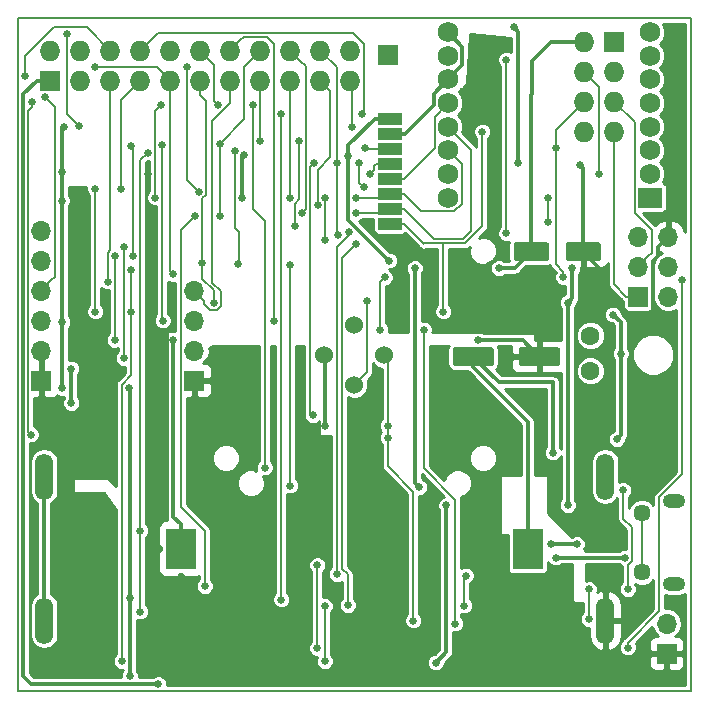
<source format=gbr>
%TF.GenerationSoftware,KiCad,Pcbnew,5.0.2-bee76a0~70~ubuntu18.04.1*%
%TF.CreationDate,2019-07-20T10:54:43+02:00*%
%TF.ProjectId,BT-Pcb-328P,42542d50-6362-42d3-9332-38502e6b6963,1.0*%
%TF.SameCoordinates,Original*%
%TF.FileFunction,Copper,L2,Bot*%
%TF.FilePolarity,Positive*%
%FSLAX46Y46*%
G04 Gerber Fmt 4.6, Leading zero omitted, Abs format (unit mm)*
G04 Created by KiCad (PCBNEW 5.0.2-bee76a0~70~ubuntu18.04.1) date sab 20 lug 2019 10:54:43 CEST*
%MOMM*%
%LPD*%
G01*
G04 APERTURE LIST*
%ADD10C,0.150000*%
%ADD11O,1.727200X1.727200*%
%ADD12R,1.727200X1.727200*%
%ADD13C,1.600000*%
%ADD14R,2.000000X1.000000*%
%ADD15O,1.524000X3.962000*%
%ADD16R,2.540000X3.510000*%
%ADD17R,1.700000X1.700000*%
%ADD18O,1.700000X1.700000*%
%ADD19C,1.450000*%
%ADD20O,1.900000X1.200000*%
%ADD21C,1.524000*%
%ADD22R,2.000000X1.727200*%
%ADD23C,1.727200*%
%ADD24C,0.650000*%
%ADD25C,0.160000*%
%ADD26C,0.300000*%
%ADD27C,0.254000*%
G04 APERTURE END LIST*
D10*
X184040000Y-138320000D02*
X184040000Y-81320000D01*
X127040000Y-138320000D02*
X127040000Y-81320000D01*
X127040000Y-138320000D02*
X184040000Y-138320000D01*
X127040000Y-81320000D02*
X184040000Y-81320000D01*
D11*
X152654000Y-84074000D03*
X152654000Y-86614000D03*
X150114000Y-84074000D03*
X150114000Y-86614000D03*
X147574000Y-84074000D03*
X147574000Y-86614000D03*
X145034000Y-84074000D03*
X145034000Y-86614000D03*
X142494000Y-84074000D03*
X142494000Y-86614000D03*
X139954000Y-84074000D03*
X139954000Y-86614000D03*
D12*
X129794000Y-86614000D03*
D11*
X129794000Y-84074000D03*
X132334000Y-86614000D03*
X132334000Y-84074000D03*
X134874000Y-86614000D03*
X134874000Y-84074000D03*
X137414000Y-86614000D03*
X137414000Y-84074000D03*
X155194000Y-86614000D03*
X155194000Y-84074000D03*
X177546000Y-90932000D03*
X175006000Y-90932000D03*
X177546000Y-88392000D03*
X175006000Y-88392000D03*
X177546000Y-85852000D03*
X175006000Y-85852000D03*
D12*
X177546000Y-83312000D03*
D11*
X175006000Y-83312000D03*
D10*
G36*
X171794504Y-100293204D02*
X171818773Y-100296804D01*
X171842571Y-100302765D01*
X171865671Y-100311030D01*
X171887849Y-100321520D01*
X171908893Y-100334133D01*
X171928598Y-100348747D01*
X171946777Y-100365223D01*
X171963253Y-100383402D01*
X171977867Y-100403107D01*
X171990480Y-100424151D01*
X172000970Y-100446329D01*
X172009235Y-100469429D01*
X172015196Y-100493227D01*
X172018796Y-100517496D01*
X172020000Y-100542000D01*
X172020000Y-101642000D01*
X172018796Y-101666504D01*
X172015196Y-101690773D01*
X172009235Y-101714571D01*
X172000970Y-101737671D01*
X171990480Y-101759849D01*
X171977867Y-101780893D01*
X171963253Y-101800598D01*
X171946777Y-101818777D01*
X171928598Y-101835253D01*
X171908893Y-101849867D01*
X171887849Y-101862480D01*
X171865671Y-101872970D01*
X171842571Y-101881235D01*
X171818773Y-101887196D01*
X171794504Y-101890796D01*
X171770000Y-101892000D01*
X169270000Y-101892000D01*
X169245496Y-101890796D01*
X169221227Y-101887196D01*
X169197429Y-101881235D01*
X169174329Y-101872970D01*
X169152151Y-101862480D01*
X169131107Y-101849867D01*
X169111402Y-101835253D01*
X169093223Y-101818777D01*
X169076747Y-101800598D01*
X169062133Y-101780893D01*
X169049520Y-101759849D01*
X169039030Y-101737671D01*
X169030765Y-101714571D01*
X169024804Y-101690773D01*
X169021204Y-101666504D01*
X169020000Y-101642000D01*
X169020000Y-100542000D01*
X169021204Y-100517496D01*
X169024804Y-100493227D01*
X169030765Y-100469429D01*
X169039030Y-100446329D01*
X169049520Y-100424151D01*
X169062133Y-100403107D01*
X169076747Y-100383402D01*
X169093223Y-100365223D01*
X169111402Y-100348747D01*
X169131107Y-100334133D01*
X169152151Y-100321520D01*
X169174329Y-100311030D01*
X169197429Y-100302765D01*
X169221227Y-100296804D01*
X169245496Y-100293204D01*
X169270000Y-100292000D01*
X171770000Y-100292000D01*
X171794504Y-100293204D01*
X171794504Y-100293204D01*
G37*
D13*
X170520000Y-101092000D03*
D10*
G36*
X176194504Y-100293204D02*
X176218773Y-100296804D01*
X176242571Y-100302765D01*
X176265671Y-100311030D01*
X176287849Y-100321520D01*
X176308893Y-100334133D01*
X176328598Y-100348747D01*
X176346777Y-100365223D01*
X176363253Y-100383402D01*
X176377867Y-100403107D01*
X176390480Y-100424151D01*
X176400970Y-100446329D01*
X176409235Y-100469429D01*
X176415196Y-100493227D01*
X176418796Y-100517496D01*
X176420000Y-100542000D01*
X176420000Y-101642000D01*
X176418796Y-101666504D01*
X176415196Y-101690773D01*
X176409235Y-101714571D01*
X176400970Y-101737671D01*
X176390480Y-101759849D01*
X176377867Y-101780893D01*
X176363253Y-101800598D01*
X176346777Y-101818777D01*
X176328598Y-101835253D01*
X176308893Y-101849867D01*
X176287849Y-101862480D01*
X176265671Y-101872970D01*
X176242571Y-101881235D01*
X176218773Y-101887196D01*
X176194504Y-101890796D01*
X176170000Y-101892000D01*
X173670000Y-101892000D01*
X173645496Y-101890796D01*
X173621227Y-101887196D01*
X173597429Y-101881235D01*
X173574329Y-101872970D01*
X173552151Y-101862480D01*
X173531107Y-101849867D01*
X173511402Y-101835253D01*
X173493223Y-101818777D01*
X173476747Y-101800598D01*
X173462133Y-101780893D01*
X173449520Y-101759849D01*
X173439030Y-101737671D01*
X173430765Y-101714571D01*
X173424804Y-101690773D01*
X173421204Y-101666504D01*
X173420000Y-101642000D01*
X173420000Y-100542000D01*
X173421204Y-100517496D01*
X173424804Y-100493227D01*
X173430765Y-100469429D01*
X173439030Y-100446329D01*
X173449520Y-100424151D01*
X173462133Y-100403107D01*
X173476747Y-100383402D01*
X173493223Y-100365223D01*
X173511402Y-100348747D01*
X173531107Y-100334133D01*
X173552151Y-100321520D01*
X173574329Y-100311030D01*
X173597429Y-100302765D01*
X173621227Y-100296804D01*
X173645496Y-100293204D01*
X173670000Y-100292000D01*
X176170000Y-100292000D01*
X176194504Y-100293204D01*
X176194504Y-100293204D01*
G37*
D13*
X174920000Y-101092000D03*
D14*
X158560000Y-89834000D03*
X158560000Y-91104000D03*
X158560000Y-92374000D03*
X158560000Y-93644000D03*
X158560000Y-94914000D03*
X158560000Y-96184000D03*
X158560000Y-97454000D03*
X158560000Y-98724000D03*
D10*
G36*
X167126504Y-109183204D02*
X167150773Y-109186804D01*
X167174571Y-109192765D01*
X167197671Y-109201030D01*
X167219849Y-109211520D01*
X167240893Y-109224133D01*
X167260598Y-109238747D01*
X167278777Y-109255223D01*
X167295253Y-109273402D01*
X167309867Y-109293107D01*
X167322480Y-109314151D01*
X167332970Y-109336329D01*
X167341235Y-109359429D01*
X167347196Y-109383227D01*
X167350796Y-109407496D01*
X167352000Y-109432000D01*
X167352000Y-110532000D01*
X167350796Y-110556504D01*
X167347196Y-110580773D01*
X167341235Y-110604571D01*
X167332970Y-110627671D01*
X167322480Y-110649849D01*
X167309867Y-110670893D01*
X167295253Y-110690598D01*
X167278777Y-110708777D01*
X167260598Y-110725253D01*
X167240893Y-110739867D01*
X167219849Y-110752480D01*
X167197671Y-110762970D01*
X167174571Y-110771235D01*
X167150773Y-110777196D01*
X167126504Y-110780796D01*
X167102000Y-110782000D01*
X164102000Y-110782000D01*
X164077496Y-110780796D01*
X164053227Y-110777196D01*
X164029429Y-110771235D01*
X164006329Y-110762970D01*
X163984151Y-110752480D01*
X163963107Y-110739867D01*
X163943402Y-110725253D01*
X163925223Y-110708777D01*
X163908747Y-110690598D01*
X163894133Y-110670893D01*
X163881520Y-110649849D01*
X163871030Y-110627671D01*
X163862765Y-110604571D01*
X163856804Y-110580773D01*
X163853204Y-110556504D01*
X163852000Y-110532000D01*
X163852000Y-109432000D01*
X163853204Y-109407496D01*
X163856804Y-109383227D01*
X163862765Y-109359429D01*
X163871030Y-109336329D01*
X163881520Y-109314151D01*
X163894133Y-109293107D01*
X163908747Y-109273402D01*
X163925223Y-109255223D01*
X163943402Y-109238747D01*
X163963107Y-109224133D01*
X163984151Y-109211520D01*
X164006329Y-109201030D01*
X164029429Y-109192765D01*
X164053227Y-109186804D01*
X164077496Y-109183204D01*
X164102000Y-109182000D01*
X167102000Y-109182000D01*
X167126504Y-109183204D01*
X167126504Y-109183204D01*
G37*
D13*
X165602000Y-109982000D03*
D10*
G36*
X172726504Y-109183204D02*
X172750773Y-109186804D01*
X172774571Y-109192765D01*
X172797671Y-109201030D01*
X172819849Y-109211520D01*
X172840893Y-109224133D01*
X172860598Y-109238747D01*
X172878777Y-109255223D01*
X172895253Y-109273402D01*
X172909867Y-109293107D01*
X172922480Y-109314151D01*
X172932970Y-109336329D01*
X172941235Y-109359429D01*
X172947196Y-109383227D01*
X172950796Y-109407496D01*
X172952000Y-109432000D01*
X172952000Y-110532000D01*
X172950796Y-110556504D01*
X172947196Y-110580773D01*
X172941235Y-110604571D01*
X172932970Y-110627671D01*
X172922480Y-110649849D01*
X172909867Y-110670893D01*
X172895253Y-110690598D01*
X172878777Y-110708777D01*
X172860598Y-110725253D01*
X172840893Y-110739867D01*
X172819849Y-110752480D01*
X172797671Y-110762970D01*
X172774571Y-110771235D01*
X172750773Y-110777196D01*
X172726504Y-110780796D01*
X172702000Y-110782000D01*
X169702000Y-110782000D01*
X169677496Y-110780796D01*
X169653227Y-110777196D01*
X169629429Y-110771235D01*
X169606329Y-110762970D01*
X169584151Y-110752480D01*
X169563107Y-110739867D01*
X169543402Y-110725253D01*
X169525223Y-110708777D01*
X169508747Y-110690598D01*
X169494133Y-110670893D01*
X169481520Y-110649849D01*
X169471030Y-110627671D01*
X169462765Y-110604571D01*
X169456804Y-110580773D01*
X169453204Y-110556504D01*
X169452000Y-110532000D01*
X169452000Y-109432000D01*
X169453204Y-109407496D01*
X169456804Y-109383227D01*
X169462765Y-109359429D01*
X169471030Y-109336329D01*
X169481520Y-109314151D01*
X169494133Y-109293107D01*
X169508747Y-109273402D01*
X169525223Y-109255223D01*
X169543402Y-109238747D01*
X169563107Y-109224133D01*
X169584151Y-109211520D01*
X169606329Y-109201030D01*
X169629429Y-109192765D01*
X169653227Y-109186804D01*
X169677496Y-109183204D01*
X169702000Y-109182000D01*
X172702000Y-109182000D01*
X172726504Y-109183204D01*
X172726504Y-109183204D01*
G37*
D13*
X171202000Y-109982000D03*
D15*
X176784000Y-120142000D03*
X129284000Y-120142000D03*
X176786000Y-132334000D03*
X129286000Y-132334000D03*
D16*
X170220000Y-126238000D03*
X140860000Y-126238000D03*
D17*
X181991000Y-135128000D03*
D18*
X181991000Y-132588000D03*
D17*
X158369000Y-84455000D03*
X141986000Y-112014000D03*
D18*
X141986000Y-109474000D03*
X141986000Y-106934000D03*
X141986000Y-104394000D03*
D17*
X179578000Y-104902000D03*
D18*
X182118000Y-104902000D03*
X179578000Y-102362000D03*
X182118000Y-102362000D03*
X179578000Y-99822000D03*
X182118000Y-99822000D03*
D17*
X129032000Y-112014000D03*
D18*
X129032000Y-109474000D03*
X129032000Y-106934000D03*
X129032000Y-104394000D03*
X129032000Y-101854000D03*
X129032000Y-99314000D03*
D19*
X179893500Y-128230000D03*
X179893500Y-123230000D03*
D20*
X182593500Y-129230000D03*
X182593500Y-122230000D03*
D13*
X175514000Y-108204000D03*
X175514000Y-111204000D03*
D21*
X153000000Y-109820000D03*
X155540000Y-107280000D03*
X158080000Y-109820000D03*
X155540000Y-112360000D03*
D22*
X180567000Y-96520000D03*
D23*
X180567000Y-94520000D03*
X180567000Y-92520000D03*
X180567000Y-90520000D03*
X180567000Y-88520000D03*
X180567000Y-86520000D03*
X180567000Y-84520000D03*
X180567000Y-82520000D03*
X163467000Y-82520000D03*
X163467000Y-84520000D03*
X163467000Y-86520000D03*
X163467000Y-88520000D03*
X163467000Y-90520000D03*
X163467000Y-92520000D03*
X163467000Y-94520000D03*
X163467000Y-96520000D03*
D24*
X171958000Y-96520000D03*
X171958000Y-98552000D03*
X166370000Y-90932000D03*
X133604000Y-85471000D03*
X140208000Y-102997000D03*
X163068000Y-106172000D03*
X158496000Y-101854000D03*
X130767001Y-96774000D03*
X130810000Y-107061000D03*
X130810000Y-112649000D03*
X173609000Y-105410000D03*
X173609000Y-122555000D03*
X161036000Y-121031000D03*
X160655000Y-102489000D03*
X146020000Y-96520000D03*
X146187778Y-92937000D03*
X155026999Y-92964000D03*
X162433000Y-135890000D03*
X163322000Y-122585000D03*
X136536999Y-137044999D03*
X136525000Y-130429000D03*
X136446500Y-112649000D03*
X173990000Y-102489000D03*
X167767000Y-102489000D03*
X130937000Y-90551000D03*
X130810000Y-94342000D03*
X174625000Y-93726000D03*
X169418000Y-93599000D03*
X169037000Y-82098399D03*
X140208000Y-108585000D03*
X165989000Y-108585000D03*
X168402000Y-134493000D03*
X158369000Y-136144000D03*
X130937000Y-131953000D03*
X176657000Y-102616000D03*
X153035000Y-115824000D03*
X130810000Y-117856000D03*
X134747000Y-109728000D03*
X171577000Y-114173000D03*
X175133000Y-115189000D03*
X181610000Y-116205000D03*
X168402000Y-115697000D03*
X162814000Y-114300000D03*
X181610000Y-106934000D03*
X182880000Y-97790000D03*
X168402000Y-101092000D03*
X158496000Y-104267000D03*
X155956000Y-117475000D03*
X135128000Y-127508000D03*
X155702000Y-115824000D03*
X138049000Y-94488000D03*
X159385000Y-100203000D03*
X176403000Y-123317000D03*
X152426001Y-97185000D03*
X151130000Y-97790000D03*
X155702000Y-97790000D03*
X172593000Y-92329000D03*
X153035000Y-100076000D03*
X153035000Y-96520000D03*
X155702000Y-96520000D03*
X173228000Y-103251000D03*
X150114000Y-96520000D03*
X176276000Y-94488000D03*
X154178000Y-99695000D03*
X154050399Y-93599000D03*
X156845000Y-94520000D03*
X144145000Y-91948000D03*
X144145000Y-98044000D03*
X142073077Y-98044000D03*
X142875000Y-129413000D03*
X147574000Y-91694000D03*
X154051000Y-128397000D03*
X155067000Y-99441000D03*
X150495000Y-98933000D03*
X150849999Y-91694000D03*
X139289000Y-92075000D03*
X148717000Y-106934000D03*
X139319000Y-106934000D03*
X138684000Y-96520000D03*
X139192000Y-88646000D03*
X144018000Y-88646000D03*
X146939000Y-88646000D03*
X147955000Y-119380000D03*
X143637000Y-105410000D03*
X150114000Y-120904000D03*
X150114000Y-102235000D03*
X142678077Y-102048945D03*
X132207000Y-90424000D03*
X131191000Y-82677000D03*
X136779000Y-101473000D03*
X136652000Y-92137000D03*
X164084000Y-132588000D03*
X157734000Y-107696000D03*
X158115000Y-103281000D03*
X161417000Y-107696000D03*
X138938000Y-137720000D03*
X128270000Y-88392000D03*
X128143000Y-116586000D03*
X158369000Y-115824000D03*
X160528000Y-132334000D03*
X158369000Y-116840000D03*
X134650000Y-103632000D03*
X127640000Y-86233000D03*
X129325243Y-88047456D03*
X135763000Y-95758000D03*
X133604000Y-95758000D03*
X133604000Y-106172000D03*
X136622000Y-102616000D03*
X136622000Y-106172000D03*
X135841499Y-135763000D03*
X183261000Y-103505000D03*
X178689000Y-134620000D03*
X149352000Y-89408000D03*
X156210000Y-89408000D03*
X178308000Y-121285000D03*
X178689000Y-129667000D03*
X149352000Y-130556000D03*
X175387000Y-132207000D03*
X175387000Y-129667000D03*
X155321000Y-90551000D03*
X164973000Y-128524000D03*
X155956000Y-93599000D03*
X156337000Y-95631000D03*
X155702000Y-100457000D03*
X154977052Y-131034000D03*
X164846000Y-131064000D03*
X142367000Y-96017510D03*
X141351000Y-85471000D03*
X172339000Y-118110000D03*
X156591000Y-105283000D03*
X152400000Y-134670001D03*
X152400000Y-127635000D03*
X168402000Y-99551226D03*
X168402000Y-84836000D03*
X156464000Y-92329000D03*
X145415000Y-92583000D03*
X145669000Y-102108000D03*
X152146000Y-93599000D03*
X152019000Y-114935000D03*
X135255000Y-101473000D03*
X135255000Y-108585000D03*
X178435000Y-127000000D03*
X172593000Y-127000000D03*
X138049000Y-92710000D03*
X137414000Y-124714000D03*
X153035000Y-135763000D03*
X153035000Y-131123999D03*
X137414000Y-131572000D03*
X136017000Y-100711000D03*
X136017000Y-110109000D03*
X172212000Y-125857000D03*
X174371000Y-125857000D03*
X177419000Y-106426000D03*
X177766999Y-116967000D03*
X131572000Y-110998000D03*
X131572000Y-113919000D03*
X178091998Y-109728000D03*
D25*
X171958000Y-96520000D02*
X171958000Y-98552000D01*
X166370000Y-98925307D02*
X166370000Y-90932000D01*
X164900448Y-100394859D02*
X166370000Y-98925307D01*
X158560000Y-98724000D02*
X159720000Y-98724000D01*
X161390859Y-100394859D02*
X164900448Y-100394859D01*
X159720000Y-98724000D02*
X161390859Y-100394859D01*
X139090401Y-85750401D02*
X139954000Y-86614000D01*
X138810399Y-85470399D02*
X139090401Y-85750401D01*
X134064220Y-85470399D02*
X138810399Y-85470399D01*
X134063619Y-85471000D02*
X134064220Y-85470399D01*
X133604000Y-85471000D02*
X134063619Y-85471000D01*
X139954000Y-86614000D02*
X139954000Y-102743000D01*
X139954000Y-102743000D02*
X140208000Y-102997000D01*
X161417000Y-100421000D02*
X161390859Y-100394859D01*
X163068000Y-106172000D02*
X163068000Y-100457000D01*
D26*
X170520000Y-87798000D02*
X170561000Y-87757000D01*
X170520000Y-101092000D02*
X170520000Y-87798000D01*
X170561000Y-87757000D02*
X170561000Y-84963000D01*
X172212000Y-83312000D02*
X175006000Y-83312000D01*
X170561000Y-84963000D02*
X172212000Y-83312000D01*
X155026999Y-98384999D02*
X158496000Y-101854000D01*
X158560000Y-89834000D02*
X157260000Y-89834000D01*
X157260000Y-89834000D02*
X155026999Y-92067001D01*
X169123000Y-102489000D02*
X170520000Y-101092000D01*
X130767001Y-96774000D02*
X130767001Y-107018001D01*
X130767001Y-107018001D02*
X130810000Y-107061000D01*
X130810000Y-107061000D02*
X130810000Y-112649000D01*
X173609000Y-105410000D02*
X173609000Y-122555000D01*
X160655000Y-120650000D02*
X160655000Y-102489000D01*
X161036000Y-121031000D02*
X160655000Y-120650000D01*
X146020000Y-96520000D02*
X146020000Y-93104778D01*
X146020000Y-93104778D02*
X146187778Y-92937000D01*
X155026999Y-92964000D02*
X155026999Y-98384999D01*
X155026999Y-92067001D02*
X155026999Y-92964000D01*
X162433000Y-135890000D02*
X163322000Y-135001000D01*
X163322000Y-135001000D02*
X163322000Y-122585000D01*
X136536999Y-137044999D02*
X136536999Y-130440999D01*
X136536999Y-130440999D02*
X136525000Y-130429000D01*
X136525000Y-130429000D02*
X136525000Y-112727500D01*
X136525000Y-112727500D02*
X136446500Y-112649000D01*
X167767000Y-102489000D02*
X169123000Y-102489000D01*
X173990000Y-105029000D02*
X173990000Y-102489000D01*
X173609000Y-105410000D02*
X173990000Y-105029000D01*
X130767001Y-96774000D02*
X130767001Y-90720999D01*
X130767001Y-90720999D02*
X130937000Y-90551000D01*
X164680601Y-83733601D02*
X163467000Y-82520000D01*
X164680601Y-85306399D02*
X164680601Y-83733601D01*
X163467000Y-86520000D02*
X164680601Y-85306399D01*
X162253399Y-87733601D02*
X163467000Y-86520000D01*
X162253399Y-88710601D02*
X162253399Y-87733601D01*
X159860000Y-91104000D02*
X162253399Y-88710601D01*
X158560000Y-91104000D02*
X159860000Y-91104000D01*
X174920000Y-101092000D02*
X174920000Y-94021000D01*
X174920000Y-94021000D02*
X174625000Y-93726000D01*
X169418000Y-82479399D02*
X169037000Y-82098399D01*
X169418000Y-93599000D02*
X169418000Y-82479399D01*
X140208000Y-123531000D02*
X140208000Y-108585000D01*
X140860000Y-126238000D02*
X140860000Y-124183000D01*
X140860000Y-124183000D02*
X140208000Y-123531000D01*
X169805000Y-108585000D02*
X171202000Y-109982000D01*
X165989000Y-108585000D02*
X169805000Y-108585000D01*
X176444000Y-102616000D02*
X174920000Y-101092000D01*
X176657000Y-102616000D02*
X176444000Y-102616000D01*
X153035000Y-109855000D02*
X153000000Y-109820000D01*
X153035000Y-115824000D02*
X153035000Y-109855000D01*
X181268001Y-101435997D02*
X180848000Y-101855998D01*
X182118000Y-99822000D02*
X181268001Y-100671999D01*
X181268001Y-100671999D02*
X181268001Y-101435997D01*
X180848000Y-101855998D02*
X180848000Y-106553000D01*
X167250631Y-101962912D02*
X166811722Y-102174278D01*
X167796544Y-101416999D02*
X167250631Y-101962912D01*
X168402000Y-101092000D02*
X168077001Y-101416999D01*
X168077001Y-101416999D02*
X167796544Y-101416999D01*
X166811722Y-102174278D02*
X165862000Y-103124000D01*
D25*
X180427999Y-101512001D02*
X179578000Y-102362000D01*
X180708001Y-101231999D02*
X180427999Y-101512001D01*
X180708001Y-99279599D02*
X180708001Y-101231999D01*
X179286999Y-97858597D02*
X180708001Y-99279599D01*
X179286999Y-90132999D02*
X179286999Y-97858597D01*
X177546000Y-88392000D02*
X179286999Y-90132999D01*
X162323399Y-89663601D02*
X163467000Y-88520000D01*
X162323399Y-92310601D02*
X162323399Y-89663601D01*
X159720000Y-94914000D02*
X162323399Y-92310601D01*
X158560000Y-94914000D02*
X159720000Y-94914000D01*
X152426001Y-94214401D02*
X152426001Y-97185000D01*
X153517599Y-93122803D02*
X152426001Y-94214401D01*
X152654000Y-86614000D02*
X153517599Y-87477599D01*
X153517599Y-87477599D02*
X153517599Y-93122803D01*
X178568000Y-104902000D02*
X177546000Y-103880000D01*
X177546000Y-103880000D02*
X177546000Y-90932000D01*
X179578000Y-104902000D02*
X178568000Y-104902000D01*
X165418830Y-92471830D02*
X163467000Y-90520000D01*
X165418830Y-99367346D02*
X165418830Y-92471830D01*
X164751327Y-100034849D02*
X165418830Y-99367346D01*
X162300849Y-100034849D02*
X164751327Y-100034849D01*
X159720000Y-97454000D02*
X162300849Y-100034849D01*
X158560000Y-97454000D02*
X159720000Y-97454000D01*
X150977599Y-84937599D02*
X150114000Y-84074000D01*
X151454999Y-85414999D02*
X150977599Y-84937599D01*
X151454999Y-97465001D02*
X151454999Y-85414999D01*
X151130000Y-97790000D02*
X151454999Y-97465001D01*
X158224000Y-97790000D02*
X158560000Y-97454000D01*
X155702000Y-97790000D02*
X158224000Y-97790000D01*
X175006000Y-88392000D02*
X172593000Y-90805000D01*
X172593000Y-90805000D02*
X172593000Y-92329000D01*
X164610601Y-93663601D02*
X163467000Y-92520000D01*
X164610601Y-97068929D02*
X164610601Y-93663601D01*
X164015929Y-97663601D02*
X164610601Y-97068929D01*
X161199601Y-97663601D02*
X164015929Y-97663601D01*
X159720000Y-96184000D02*
X161199601Y-97663601D01*
X158560000Y-96184000D02*
X159720000Y-96184000D01*
X153035000Y-100076000D02*
X153035000Y-96520000D01*
X158224000Y-96520000D02*
X158560000Y-96184000D01*
X155702000Y-96520000D02*
X158224000Y-96520000D01*
X172593000Y-102156381D02*
X172593000Y-92329000D01*
X173228000Y-102791381D02*
X172593000Y-102156381D01*
X173228000Y-103251000D02*
X173228000Y-102791381D01*
X150114000Y-86614000D02*
X150114000Y-96520000D01*
X176276000Y-87122000D02*
X175006000Y-85852000D01*
X176276000Y-94488000D02*
X176276000Y-87122000D01*
X154050399Y-99567399D02*
X154178000Y-99695000D01*
X152654000Y-84074000D02*
X154050399Y-85470399D01*
X154050399Y-85470399D02*
X154050399Y-93599000D01*
X154050399Y-93599000D02*
X154050399Y-99567399D01*
X157169999Y-93874001D02*
X157400000Y-93644000D01*
X157400000Y-93644000D02*
X158560000Y-93644000D01*
X157169999Y-94195001D02*
X157169999Y-93874001D01*
X156845000Y-94520000D02*
X157169999Y-94195001D01*
X146199283Y-89893717D02*
X144145000Y-91948000D01*
X147574000Y-84074000D02*
X146199283Y-85448717D01*
X146199283Y-85448717D02*
X146199283Y-89893717D01*
X144145000Y-91948000D02*
X144145000Y-98044000D01*
X142875000Y-124723998D02*
X142875000Y-129413000D01*
X140855999Y-122704997D02*
X142875000Y-124723998D01*
X142073077Y-98044000D02*
X140855999Y-99261078D01*
X140855999Y-99261078D02*
X140855999Y-122704997D01*
X147574000Y-91694000D02*
X147574000Y-86614000D01*
X155067000Y-99701402D02*
X155067000Y-99441000D01*
X154051000Y-128397000D02*
X154051000Y-100717402D01*
X154051000Y-100717402D02*
X155067000Y-99701402D01*
X150849999Y-96679403D02*
X150849999Y-91694000D01*
X150495000Y-98933000D02*
X150495000Y-97034402D01*
X150495000Y-97034402D02*
X150849999Y-96679403D01*
X139289000Y-92075000D02*
X139289000Y-106904000D01*
X146177601Y-82930399D02*
X145897599Y-83210401D01*
X145897599Y-83210401D02*
X145034000Y-84074000D01*
X148122929Y-82930399D02*
X146177601Y-82930399D01*
X148717601Y-83525071D02*
X148122929Y-82930399D01*
X148717601Y-106933399D02*
X148717601Y-83525071D01*
X148717601Y-106933399D02*
X148717000Y-106934000D01*
X139289000Y-106904000D02*
X139319000Y-106934000D01*
X142835999Y-105243999D02*
X141986000Y-104394000D01*
X143927401Y-106015001D02*
X143346599Y-106015001D01*
X143346599Y-106015001D02*
X142835999Y-105504401D01*
X144242001Y-105700401D02*
X143927401Y-106015001D01*
X144242001Y-104468469D02*
X144242001Y-105700401D01*
X143511170Y-103737638D02*
X144242001Y-104468469D01*
X142835999Y-105504401D02*
X142835999Y-105243999D01*
X143511170Y-90048232D02*
X143511170Y-103737638D01*
X145034000Y-88525402D02*
X143511170Y-90048232D01*
X145034000Y-86614000D02*
X145034000Y-88525402D01*
X138684000Y-96520000D02*
X138684000Y-89154000D01*
X138684000Y-89154000D02*
X139192000Y-88646000D01*
X143357599Y-84937599D02*
X142494000Y-84074000D01*
X143693001Y-88321001D02*
X143693001Y-85273001D01*
X143693001Y-85273001D02*
X143357599Y-84937599D01*
X144018000Y-88646000D02*
X143693001Y-88321001D01*
X146939000Y-97492823D02*
X147955000Y-98508823D01*
X146939000Y-88646000D02*
X146939000Y-97492823D01*
X147955000Y-98508823D02*
X147955000Y-119380000D01*
X150114000Y-120904000D02*
X150114000Y-102235000D01*
X142494000Y-87835314D02*
X142494000Y-86614000D01*
X142972001Y-88313315D02*
X142494000Y-87835314D01*
X142678077Y-102048945D02*
X142678077Y-103413675D01*
X143637000Y-104372598D02*
X143637000Y-105410000D01*
X142678077Y-103413675D02*
X143637000Y-104372598D01*
X142972001Y-96307911D02*
X142972001Y-88313315D01*
X142678077Y-96601835D02*
X142972001Y-96307911D01*
X142678077Y-102048945D02*
X142678077Y-96601835D01*
X131190399Y-82677601D02*
X131191000Y-82677000D01*
X132207000Y-90424000D02*
X131190399Y-89407399D01*
X131190399Y-89407399D02*
X131190399Y-82677601D01*
X136779000Y-101473000D02*
X136779000Y-92264000D01*
X136779000Y-92264000D02*
X136652000Y-92137000D01*
X157734000Y-103662000D02*
X158115000Y-103281000D01*
X157734000Y-107696000D02*
X157734000Y-103662000D01*
X161417000Y-119423177D02*
X161417000Y-107696000D01*
X164084000Y-122090177D02*
X161417000Y-119423177D01*
X164084000Y-132588000D02*
X164084000Y-122090177D01*
D26*
X128195000Y-137720000D02*
X138938000Y-137720000D01*
X127465010Y-136990010D02*
X128195000Y-137720000D01*
X127465010Y-87779390D02*
X127465010Y-136990010D01*
X129794000Y-86614000D02*
X128630400Y-86614000D01*
X128630400Y-86614000D02*
X127465010Y-87779390D01*
D25*
X128270000Y-88851619D02*
X127895020Y-89226599D01*
X128270000Y-88392000D02*
X128270000Y-88851619D01*
X127895020Y-89226599D02*
X127895020Y-116338020D01*
X127895020Y-116338020D02*
X128143000Y-116586000D01*
X158369000Y-110109000D02*
X158080000Y-109820000D01*
X158369000Y-115824000D02*
X158369000Y-110109000D01*
X160528000Y-121418402D02*
X158369000Y-119259402D01*
X160528000Y-132334000D02*
X160528000Y-131064000D01*
X160528000Y-131191000D02*
X160528000Y-131064000D01*
X160528000Y-131064000D02*
X160528000Y-121418402D01*
X158369000Y-119259402D02*
X158369000Y-116840000D01*
X158369000Y-116840000D02*
X158369000Y-115824000D01*
X134650000Y-101182598D02*
X134650000Y-103632000D01*
X134874000Y-86614000D02*
X134874000Y-100958598D01*
X134874000Y-100958598D02*
X134650000Y-101182598D01*
X127640000Y-84535470D02*
X127640000Y-86233000D01*
X130103471Y-82071999D02*
X127640000Y-84535470D01*
X134874000Y-84074000D02*
X132871999Y-82071999D01*
X132871999Y-82071999D02*
X130103471Y-82071999D01*
X129881999Y-103544001D02*
X129032000Y-104394000D01*
X130162001Y-103263999D02*
X129881999Y-103544001D01*
X130162001Y-88884214D02*
X130162001Y-103263999D01*
X129325243Y-88047456D02*
X130162001Y-88884214D01*
X137414000Y-86614000D02*
X135763000Y-88265000D01*
X135763000Y-88265000D02*
X135763000Y-95758000D01*
X133604000Y-95758000D02*
X133604000Y-106172000D01*
X136622000Y-102616000D02*
X136622000Y-106172000D01*
X136622000Y-106172000D02*
X136622000Y-111578098D01*
X136622000Y-111578098D02*
X135841499Y-112358599D01*
X135841499Y-112358599D02*
X135841499Y-135763000D01*
X178689000Y-134217598D02*
X178689000Y-134620000D01*
X181363490Y-131543108D02*
X178689000Y-134217598D01*
X181363490Y-121865488D02*
X181363490Y-131543108D01*
X183261000Y-103505000D02*
X183261000Y-119967978D01*
X183261000Y-119967978D02*
X181363490Y-121865488D01*
X156337601Y-89280399D02*
X156210000Y-89408000D01*
X156337601Y-83525071D02*
X156337601Y-89280399D01*
X155382919Y-82570389D02*
X156337601Y-83525071D01*
X137414000Y-84074000D02*
X138917611Y-82570389D01*
X138917611Y-82570389D02*
X155382919Y-82570389D01*
X178308000Y-121285000D02*
X178308000Y-123698000D01*
X178689000Y-127641402D02*
X178689000Y-129667000D01*
X179040001Y-127290401D02*
X178689000Y-127641402D01*
X178308000Y-123698000D02*
X179040001Y-124430001D01*
X179040001Y-124430001D02*
X179040001Y-127290401D01*
X149352000Y-130556000D02*
X149352000Y-117729000D01*
X149352000Y-89408000D02*
X149352000Y-117729000D01*
X149352000Y-117729000D02*
X149352000Y-117983000D01*
X175387000Y-132207000D02*
X175387000Y-129667000D01*
X155321000Y-86741000D02*
X155194000Y-86614000D01*
X155321000Y-90551000D02*
X155321000Y-86741000D01*
X155956000Y-93599000D02*
X155956000Y-95250000D01*
X155956000Y-95250000D02*
X156337000Y-95631000D01*
X154977052Y-128427650D02*
X154977052Y-131034000D01*
X154497999Y-127948597D02*
X154977052Y-128427650D01*
X155702000Y-100457000D02*
X154497999Y-101661001D01*
X154497999Y-101661001D02*
X154497999Y-127948597D01*
X164846000Y-128651000D02*
X164973000Y-128524000D01*
X164846000Y-131064000D02*
X164846000Y-128651000D01*
X141350399Y-85471601D02*
X141351000Y-85471000D01*
X142367000Y-96017510D02*
X141350399Y-95000909D01*
X141350399Y-95000909D02*
X141350399Y-85471601D01*
D26*
X170220000Y-126238000D02*
X170220000Y-125644000D01*
X170220000Y-115500000D02*
X170220000Y-126238000D01*
X165602000Y-110882000D02*
X170220000Y-115500000D01*
X165602000Y-109982000D02*
X165602000Y-110882000D01*
X170220000Y-125753000D02*
X170220000Y-126238000D01*
X176784000Y-120142000D02*
X176784000Y-121361000D01*
X165602000Y-109982000D02*
X167761000Y-112141000D01*
X167761000Y-112141000D02*
X172339000Y-112141000D01*
X172339000Y-118110000D02*
X172339000Y-112141000D01*
X129286000Y-120144000D02*
X129284000Y-120142000D01*
X129286000Y-132334000D02*
X129286000Y-120144000D01*
D25*
X156591000Y-111309000D02*
X156591000Y-105283000D01*
X155540000Y-112360000D02*
X156591000Y-111309000D01*
X152400000Y-134670001D02*
X152400000Y-127635000D01*
X168402000Y-99551226D02*
X168402000Y-84836000D01*
X158560000Y-92374000D02*
X156509000Y-92374000D01*
X156509000Y-92374000D02*
X156464000Y-92329000D01*
X145768829Y-102008171D02*
X145669000Y-102108000D01*
X145768829Y-99419197D02*
X145768829Y-102008171D01*
X145415000Y-92583000D02*
X145415000Y-99065368D01*
X145415000Y-99065368D02*
X145768829Y-99419197D01*
X151821001Y-114737001D02*
X152019000Y-114935000D01*
X152146000Y-93599000D02*
X151821001Y-93923999D01*
X151821001Y-93923999D02*
X151821001Y-114737001D01*
X135255000Y-101473000D02*
X135255000Y-108585000D01*
D26*
X178435000Y-127000000D02*
X172593000Y-127000000D01*
D25*
X138049000Y-92710000D02*
X137414000Y-93345000D01*
X137414000Y-93345000D02*
X137414000Y-124714000D01*
X153035000Y-135763000D02*
X153035000Y-131123999D01*
X137414000Y-124714000D02*
X137414000Y-131572000D01*
X136017000Y-100711000D02*
X136017000Y-110109000D01*
X179893500Y-128230000D02*
X179893500Y-123230000D01*
D26*
X172212000Y-125857000D02*
X174371000Y-125857000D01*
X177486196Y-106493196D02*
X177419000Y-106426000D01*
X178091998Y-107098998D02*
X177419000Y-106426000D01*
X177766999Y-116967000D02*
X178091998Y-116642001D01*
X178091998Y-109728000D02*
X178091998Y-107098998D01*
X178091998Y-116642001D02*
X178091998Y-109728000D01*
X131572000Y-110998000D02*
X131572000Y-113919000D01*
D27*
G36*
X138177000Y-95963511D02*
X138046485Y-96094026D01*
X137932000Y-96370418D01*
X137932000Y-96669582D01*
X138046485Y-96945974D01*
X138258026Y-97157515D01*
X138534418Y-97272000D01*
X138782000Y-97272000D01*
X138782001Y-106407510D01*
X138681485Y-106508026D01*
X138567000Y-106784418D01*
X138567000Y-107083582D01*
X138681485Y-107359974D01*
X138893026Y-107571515D01*
X139169418Y-107686000D01*
X139468582Y-107686000D01*
X139744974Y-107571515D01*
X139956515Y-107359974D01*
X140071000Y-107083582D01*
X140071000Y-106784418D01*
X139956515Y-106508026D01*
X139796000Y-106347511D01*
X139796000Y-103640303D01*
X140058418Y-103749000D01*
X140348999Y-103749000D01*
X140348999Y-107825147D01*
X139827523Y-107823001D01*
X139778399Y-107832667D01*
X139737197Y-107860197D01*
X139709667Y-107901399D01*
X139700000Y-107950000D01*
X139700000Y-123848000D01*
X139463691Y-123848000D01*
X139230302Y-123944673D01*
X139051673Y-124123301D01*
X138955000Y-124356690D01*
X138955000Y-125952250D01*
X139113750Y-126111000D01*
X139192000Y-126111000D01*
X139192000Y-126365000D01*
X139113750Y-126365000D01*
X138955000Y-126523750D01*
X138955000Y-128119310D01*
X139051673Y-128352699D01*
X139230302Y-128531327D01*
X139463691Y-128628000D01*
X140574250Y-128628000D01*
X140733000Y-128469250D01*
X140733000Y-128397000D01*
X140987000Y-128397000D01*
X140987000Y-128469250D01*
X141145750Y-128628000D01*
X142256309Y-128628000D01*
X142368001Y-128581736D01*
X142368001Y-128856510D01*
X142237485Y-128987026D01*
X142123000Y-129263418D01*
X142123000Y-129562582D01*
X142237485Y-129838974D01*
X142449026Y-130050515D01*
X142725418Y-130165000D01*
X143024582Y-130165000D01*
X143300974Y-130050515D01*
X143512515Y-129838974D01*
X143627000Y-129562582D01*
X143627000Y-129263418D01*
X143512515Y-128987026D01*
X143382000Y-128856511D01*
X143382000Y-124773930D01*
X143391932Y-124723998D01*
X143352583Y-124526176D01*
X143268810Y-124400802D01*
X143240526Y-124358472D01*
X143198196Y-124330188D01*
X141362999Y-122494992D01*
X141362999Y-118335880D01*
X143463000Y-118335880D01*
X143463000Y-118804120D01*
X143642187Y-119236717D01*
X143973283Y-119567813D01*
X144405880Y-119747000D01*
X144874120Y-119747000D01*
X145306717Y-119567813D01*
X145637813Y-119236717D01*
X145817000Y-118804120D01*
X145817000Y-118335880D01*
X145637813Y-117903283D01*
X145306717Y-117572187D01*
X144874120Y-117393000D01*
X144405880Y-117393000D01*
X143973283Y-117572187D01*
X143642187Y-117903283D01*
X143463000Y-118335880D01*
X141362999Y-118335880D01*
X141362999Y-113499000D01*
X141700250Y-113499000D01*
X141859000Y-113340250D01*
X141859000Y-112141000D01*
X142113000Y-112141000D01*
X142113000Y-113340250D01*
X142271750Y-113499000D01*
X142962309Y-113499000D01*
X143195698Y-113402327D01*
X143374327Y-113223699D01*
X143471000Y-112990310D01*
X143471000Y-112299750D01*
X143312250Y-112141000D01*
X142113000Y-112141000D01*
X141859000Y-112141000D01*
X141839000Y-112141000D01*
X141839000Y-111887000D01*
X141859000Y-111887000D01*
X141859000Y-111867000D01*
X142113000Y-111867000D01*
X142113000Y-111887000D01*
X143312250Y-111887000D01*
X143471000Y-111728250D01*
X143471000Y-111037690D01*
X143374327Y-110804301D01*
X143195698Y-110625673D01*
X142962309Y-110529000D01*
X142705618Y-110529000D01*
X142906665Y-110394665D01*
X143188907Y-109972260D01*
X143288017Y-109474000D01*
X143248237Y-109274011D01*
X143545612Y-109093000D01*
X147448001Y-109093000D01*
X147448001Y-118823510D01*
X147317485Y-118954026D01*
X147203000Y-119230418D01*
X147203000Y-119529582D01*
X147246756Y-119635219D01*
X147024120Y-119543000D01*
X146555880Y-119543000D01*
X146123283Y-119722187D01*
X145792187Y-120053283D01*
X145613000Y-120485880D01*
X145613000Y-120954120D01*
X145792187Y-121386717D01*
X146123283Y-121717813D01*
X146555880Y-121897000D01*
X147024120Y-121897000D01*
X147456717Y-121717813D01*
X147787813Y-121386717D01*
X147967000Y-120954120D01*
X147967000Y-120485880D01*
X147820419Y-120132000D01*
X148104582Y-120132000D01*
X148380974Y-120017515D01*
X148592515Y-119805974D01*
X148707000Y-119529582D01*
X148707000Y-119230418D01*
X148592515Y-118954026D01*
X148462000Y-118823511D01*
X148462000Y-109093000D01*
X148845001Y-109093000D01*
X148845001Y-117679064D01*
X148845000Y-117679069D01*
X148845000Y-118032932D01*
X148845001Y-118032937D01*
X148845000Y-129999511D01*
X148714485Y-130130026D01*
X148600000Y-130406418D01*
X148600000Y-130705582D01*
X148714485Y-130981974D01*
X148926026Y-131193515D01*
X149202418Y-131308000D01*
X149501582Y-131308000D01*
X149777974Y-131193515D01*
X149989515Y-130981974D01*
X150104000Y-130705582D01*
X150104000Y-130406418D01*
X149989515Y-130130026D01*
X149859000Y-129999511D01*
X149859000Y-127485418D01*
X151648000Y-127485418D01*
X151648000Y-127784582D01*
X151762485Y-128060974D01*
X151893001Y-128191490D01*
X151893000Y-134113512D01*
X151762485Y-134244027D01*
X151648000Y-134520419D01*
X151648000Y-134819583D01*
X151762485Y-135095975D01*
X151974026Y-135307516D01*
X152250418Y-135422001D01*
X152362287Y-135422001D01*
X152283000Y-135613418D01*
X152283000Y-135912582D01*
X152397485Y-136188974D01*
X152609026Y-136400515D01*
X152885418Y-136515000D01*
X153184582Y-136515000D01*
X153460974Y-136400515D01*
X153672515Y-136188974D01*
X153787000Y-135912582D01*
X153787000Y-135613418D01*
X153672515Y-135337026D01*
X153542000Y-135206511D01*
X153542000Y-131680488D01*
X153672515Y-131549973D01*
X153787000Y-131273581D01*
X153787000Y-130974417D01*
X153672515Y-130698025D01*
X153460974Y-130486484D01*
X153184582Y-130371999D01*
X152907000Y-130371999D01*
X152907000Y-128191489D01*
X153037515Y-128060974D01*
X153152000Y-127784582D01*
X153152000Y-127485418D01*
X153037515Y-127209026D01*
X152825974Y-126997485D01*
X152549582Y-126883000D01*
X152250418Y-126883000D01*
X151974026Y-126997485D01*
X151762485Y-127209026D01*
X151648000Y-127485418D01*
X149859000Y-127485418D01*
X149859000Y-121612335D01*
X149964418Y-121656000D01*
X150263582Y-121656000D01*
X150539974Y-121541515D01*
X150751515Y-121329974D01*
X150866000Y-121053582D01*
X150866000Y-120754418D01*
X150751515Y-120478026D01*
X150621000Y-120347511D01*
X150621000Y-109093000D01*
X151314002Y-109093000D01*
X151314002Y-114671945D01*
X151267000Y-114785418D01*
X151267000Y-115084582D01*
X151381485Y-115360974D01*
X151593026Y-115572515D01*
X151869418Y-115687000D01*
X152168582Y-115687000D01*
X152444974Y-115572515D01*
X152551866Y-115465623D01*
X152527031Y-116583178D01*
X152536667Y-116634601D01*
X152564197Y-116675803D01*
X152605399Y-116703333D01*
X152654000Y-116713000D01*
X153544000Y-116713000D01*
X153544000Y-127840511D01*
X153413485Y-127971026D01*
X153299000Y-128247418D01*
X153299000Y-128546582D01*
X153413485Y-128822974D01*
X153625026Y-129034515D01*
X153901418Y-129149000D01*
X154200582Y-129149000D01*
X154470052Y-129037382D01*
X154470053Y-130477510D01*
X154339537Y-130608026D01*
X154225052Y-130884418D01*
X154225052Y-131183582D01*
X154339537Y-131459974D01*
X154551078Y-131671515D01*
X154827470Y-131786000D01*
X155126634Y-131786000D01*
X155403026Y-131671515D01*
X155614567Y-131459974D01*
X155729052Y-131183582D01*
X155729052Y-130884418D01*
X155614567Y-130608026D01*
X155484052Y-130477511D01*
X155484052Y-128477576D01*
X155493983Y-128427649D01*
X155484052Y-128377722D01*
X155484052Y-128377718D01*
X155454635Y-128229829D01*
X155398902Y-128146418D01*
X155370862Y-128104453D01*
X155370860Y-128104451D01*
X155342578Y-128062124D01*
X155300251Y-128033842D01*
X155004999Y-127738591D01*
X155004999Y-113425360D01*
X155303493Y-113549000D01*
X155776507Y-113549000D01*
X156213514Y-113367986D01*
X156547986Y-113033514D01*
X156729000Y-112596507D01*
X156729000Y-112123493D01*
X156660028Y-111956979D01*
X156914199Y-111702808D01*
X156956526Y-111674526D01*
X156984808Y-111632199D01*
X156984810Y-111632197D01*
X157068582Y-111506822D01*
X157068583Y-111506821D01*
X157098000Y-111358932D01*
X157098000Y-111358928D01*
X157107931Y-111309001D01*
X157098000Y-111259074D01*
X157098000Y-110519500D01*
X157406486Y-110827986D01*
X157843493Y-111009000D01*
X157862001Y-111009000D01*
X157862000Y-115267511D01*
X157731485Y-115398026D01*
X157617000Y-115674418D01*
X157617000Y-115973582D01*
X157731485Y-116249974D01*
X157813511Y-116332000D01*
X157731485Y-116414026D01*
X157617000Y-116690418D01*
X157617000Y-116989582D01*
X157731485Y-117265974D01*
X157862001Y-117396490D01*
X157862000Y-119209475D01*
X157852069Y-119259402D01*
X157862000Y-119309329D01*
X157862000Y-119309333D01*
X157891417Y-119457222D01*
X158003474Y-119624928D01*
X158045807Y-119653214D01*
X160021001Y-121628409D01*
X160021000Y-131014068D01*
X160021000Y-131240931D01*
X160021001Y-131240935D01*
X160021000Y-131777511D01*
X159890485Y-131908026D01*
X159776000Y-132184418D01*
X159776000Y-132483582D01*
X159890485Y-132759974D01*
X160102026Y-132971515D01*
X160378418Y-133086000D01*
X160677582Y-133086000D01*
X160953974Y-132971515D01*
X161165515Y-132759974D01*
X161280000Y-132483582D01*
X161280000Y-132184418D01*
X161165515Y-131908026D01*
X161035000Y-131777511D01*
X161035000Y-121783000D01*
X161185582Y-121783000D01*
X161461974Y-121668515D01*
X161673515Y-121456974D01*
X161788000Y-121180582D01*
X161788000Y-120881418D01*
X161673515Y-120605026D01*
X161461974Y-120393485D01*
X161232000Y-120298227D01*
X161232000Y-119955182D01*
X163128153Y-121851335D01*
X162896026Y-121947485D01*
X162684485Y-122159026D01*
X162570000Y-122435418D01*
X162570000Y-122734582D01*
X162684485Y-123010974D01*
X162745001Y-123071490D01*
X162745000Y-134761999D01*
X162369000Y-135138000D01*
X162283418Y-135138000D01*
X162007026Y-135252485D01*
X161795485Y-135464026D01*
X161681000Y-135740418D01*
X161681000Y-136039582D01*
X161795485Y-136315974D01*
X162007026Y-136527515D01*
X162283418Y-136642000D01*
X162582582Y-136642000D01*
X162858974Y-136527515D01*
X163070515Y-136315974D01*
X163185000Y-136039582D01*
X163185000Y-135954000D01*
X163689815Y-135449186D01*
X163737994Y-135416994D01*
X163740161Y-135413750D01*
X180506000Y-135413750D01*
X180506000Y-136104310D01*
X180602673Y-136337699D01*
X180781302Y-136516327D01*
X181014691Y-136613000D01*
X181705250Y-136613000D01*
X181864000Y-136454250D01*
X181864000Y-135255000D01*
X182118000Y-135255000D01*
X182118000Y-136454250D01*
X182276750Y-136613000D01*
X182967309Y-136613000D01*
X183200698Y-136516327D01*
X183379327Y-136337699D01*
X183476000Y-136104310D01*
X183476000Y-135413750D01*
X183317250Y-135255000D01*
X182118000Y-135255000D01*
X181864000Y-135255000D01*
X180664750Y-135255000D01*
X180506000Y-135413750D01*
X163740161Y-135413750D01*
X163865522Y-135226134D01*
X163899000Y-135057829D01*
X163899000Y-135057828D01*
X163910304Y-135001000D01*
X163899000Y-134944172D01*
X163899000Y-133325329D01*
X163934418Y-133340000D01*
X164233582Y-133340000D01*
X164509974Y-133225515D01*
X164721515Y-133013974D01*
X164836000Y-132737582D01*
X164836000Y-132438418D01*
X164721515Y-132162026D01*
X164591000Y-132031511D01*
X164591000Y-131772335D01*
X164696418Y-131816000D01*
X164995582Y-131816000D01*
X165271974Y-131701515D01*
X165483515Y-131489974D01*
X165598000Y-131213582D01*
X165598000Y-130914418D01*
X165483515Y-130638026D01*
X165353000Y-130507511D01*
X165353000Y-129180558D01*
X165398974Y-129161515D01*
X165610515Y-128949974D01*
X165725000Y-128673582D01*
X165725000Y-128374418D01*
X165610515Y-128098026D01*
X165398974Y-127886485D01*
X165122582Y-127772000D01*
X164823418Y-127772000D01*
X164591000Y-127868270D01*
X164591000Y-122140109D01*
X164600932Y-122090177D01*
X164561583Y-121892355D01*
X164555893Y-121883839D01*
X164956717Y-121717813D01*
X165287813Y-121386717D01*
X165467000Y-120954120D01*
X165467000Y-120485880D01*
X165287813Y-120053283D01*
X164956717Y-119722187D01*
X164524120Y-119543000D01*
X164055880Y-119543000D01*
X163623283Y-119722187D01*
X163292187Y-120053283D01*
X163137518Y-120426689D01*
X161924000Y-119213172D01*
X161924000Y-118335880D01*
X165263000Y-118335880D01*
X165263000Y-118804120D01*
X165442187Y-119236717D01*
X165773283Y-119567813D01*
X166205880Y-119747000D01*
X166674120Y-119747000D01*
X167106717Y-119567813D01*
X167437813Y-119236717D01*
X167617000Y-118804120D01*
X167617000Y-118335880D01*
X167437813Y-117903283D01*
X167106717Y-117572187D01*
X166674120Y-117393000D01*
X166205880Y-117393000D01*
X165773283Y-117572187D01*
X165442187Y-117903283D01*
X165263000Y-118335880D01*
X161924000Y-118335880D01*
X161924000Y-109093000D01*
X163520069Y-109093000D01*
X163468805Y-109169722D01*
X163416635Y-109432000D01*
X163416635Y-110532000D01*
X163468805Y-110794278D01*
X163617374Y-111016626D01*
X163839722Y-111165195D01*
X164102000Y-111217365D01*
X165132133Y-111217365D01*
X165186007Y-111297994D01*
X165234186Y-111330186D01*
X169643000Y-115739001D01*
X169643000Y-120015000D01*
X168021000Y-120015000D01*
X167972399Y-120024667D01*
X167931197Y-120052197D01*
X167903667Y-120093399D01*
X167894000Y-120142000D01*
X167894000Y-124968000D01*
X167903667Y-125016601D01*
X167931197Y-125057803D01*
X167972399Y-125085333D01*
X168021000Y-125095000D01*
X168514635Y-125095000D01*
X168514635Y-127993000D01*
X168547775Y-128159607D01*
X168642150Y-128300850D01*
X168783393Y-128395225D01*
X168950000Y-128428365D01*
X171490000Y-128428365D01*
X171656607Y-128395225D01*
X171797850Y-128300850D01*
X171892225Y-128159607D01*
X171925365Y-127993000D01*
X171925365Y-127353258D01*
X171955485Y-127425974D01*
X172167026Y-127637515D01*
X172443418Y-127752000D01*
X172742582Y-127752000D01*
X173018974Y-127637515D01*
X173079489Y-127577000D01*
X173990000Y-127577000D01*
X173990000Y-130683000D01*
X173999667Y-130731601D01*
X174027197Y-130772803D01*
X174068399Y-130800333D01*
X174117000Y-130810000D01*
X174880001Y-130810000D01*
X174880000Y-131650511D01*
X174749485Y-131781026D01*
X174635000Y-132057418D01*
X174635000Y-132356582D01*
X174749485Y-132632974D01*
X174961026Y-132844515D01*
X175237418Y-132959000D01*
X175389000Y-132959000D01*
X175389000Y-133680000D01*
X175543941Y-134204941D01*
X175887974Y-134630630D01*
X176368723Y-134892260D01*
X176442930Y-134907220D01*
X176659000Y-134784720D01*
X176659000Y-132461000D01*
X176913000Y-132461000D01*
X176913000Y-134784720D01*
X177129070Y-134907220D01*
X177203277Y-134892260D01*
X177684026Y-134630630D01*
X178028059Y-134204941D01*
X178183000Y-133680000D01*
X178183000Y-132461000D01*
X176913000Y-132461000D01*
X176659000Y-132461000D01*
X176639000Y-132461000D01*
X176639000Y-132207000D01*
X176659000Y-132207000D01*
X176659000Y-129883280D01*
X176913000Y-129883280D01*
X176913000Y-132207000D01*
X178183000Y-132207000D01*
X178183000Y-130988000D01*
X178028059Y-130463059D01*
X177684026Y-130037370D01*
X177203277Y-129775740D01*
X177129070Y-129760780D01*
X176913000Y-129883280D01*
X176659000Y-129883280D01*
X176442930Y-129760780D01*
X176368723Y-129775740D01*
X176093986Y-129925255D01*
X176139000Y-129816582D01*
X176139000Y-129517418D01*
X176024515Y-129241026D01*
X175812974Y-129029485D01*
X175536582Y-128915000D01*
X175237418Y-128915000D01*
X175133000Y-128958251D01*
X175133000Y-127577000D01*
X177948511Y-127577000D01*
X178009026Y-127637515D01*
X178182000Y-127709163D01*
X178182001Y-129110510D01*
X178051485Y-129241026D01*
X177937000Y-129517418D01*
X177937000Y-129816582D01*
X178051485Y-130092974D01*
X178263026Y-130304515D01*
X178539418Y-130419000D01*
X178838582Y-130419000D01*
X179114974Y-130304515D01*
X179326515Y-130092974D01*
X179441000Y-129816582D01*
X179441000Y-129517418D01*
X179327033Y-129242277D01*
X179664353Y-129382000D01*
X180122647Y-129382000D01*
X180546056Y-129206618D01*
X180856491Y-128896183D01*
X180856491Y-131333101D01*
X178365807Y-133823786D01*
X178323474Y-133852072D01*
X178211417Y-134019778D01*
X178207862Y-134037649D01*
X178051485Y-134194026D01*
X177937000Y-134470418D01*
X177937000Y-134769582D01*
X178051485Y-135045974D01*
X178263026Y-135257515D01*
X178539418Y-135372000D01*
X178838582Y-135372000D01*
X179114974Y-135257515D01*
X179326515Y-135045974D01*
X179441000Y-134769582D01*
X179441000Y-134470418D01*
X179356701Y-134266902D01*
X180746491Y-132877113D01*
X180788093Y-133086260D01*
X181070335Y-133508665D01*
X181271382Y-133643000D01*
X181014691Y-133643000D01*
X180781302Y-133739673D01*
X180602673Y-133918301D01*
X180506000Y-134151690D01*
X180506000Y-134842250D01*
X180664750Y-135001000D01*
X181864000Y-135001000D01*
X181864000Y-134981000D01*
X182118000Y-134981000D01*
X182118000Y-135001000D01*
X183317250Y-135001000D01*
X183476000Y-134842250D01*
X183476000Y-134151690D01*
X183379327Y-133918301D01*
X183200698Y-133739673D01*
X182967309Y-133643000D01*
X182710618Y-133643000D01*
X182911665Y-133508665D01*
X183193907Y-133086260D01*
X183293017Y-132588000D01*
X183193907Y-132089740D01*
X182911665Y-131667335D01*
X182489260Y-131385093D01*
X182116769Y-131311000D01*
X181870490Y-131311000D01*
X181870490Y-130202924D01*
X182142350Y-130257000D01*
X183044650Y-130257000D01*
X183344215Y-130197413D01*
X183538000Y-130067930D01*
X183538000Y-137818000D01*
X139690000Y-137818000D01*
X139690000Y-137570418D01*
X139575515Y-137294026D01*
X139363974Y-137082485D01*
X139087582Y-136968000D01*
X138788418Y-136968000D01*
X138512026Y-137082485D01*
X138451511Y-137143000D01*
X137288999Y-137143000D01*
X137288999Y-136895417D01*
X137174514Y-136619025D01*
X137113999Y-136558510D01*
X137113999Y-132261695D01*
X137264418Y-132324000D01*
X137563582Y-132324000D01*
X137839974Y-132209515D01*
X138051515Y-131997974D01*
X138166000Y-131721582D01*
X138166000Y-131422418D01*
X138051515Y-131146026D01*
X137921000Y-131015511D01*
X137921000Y-125270489D01*
X138051515Y-125139974D01*
X138166000Y-124863582D01*
X138166000Y-124564418D01*
X138051515Y-124288026D01*
X137921000Y-124157511D01*
X137921000Y-93555005D01*
X138014005Y-93462000D01*
X138177000Y-93462000D01*
X138177000Y-95963511D01*
X138177000Y-95963511D01*
G37*
X138177000Y-95963511D02*
X138046485Y-96094026D01*
X137932000Y-96370418D01*
X137932000Y-96669582D01*
X138046485Y-96945974D01*
X138258026Y-97157515D01*
X138534418Y-97272000D01*
X138782000Y-97272000D01*
X138782001Y-106407510D01*
X138681485Y-106508026D01*
X138567000Y-106784418D01*
X138567000Y-107083582D01*
X138681485Y-107359974D01*
X138893026Y-107571515D01*
X139169418Y-107686000D01*
X139468582Y-107686000D01*
X139744974Y-107571515D01*
X139956515Y-107359974D01*
X140071000Y-107083582D01*
X140071000Y-106784418D01*
X139956515Y-106508026D01*
X139796000Y-106347511D01*
X139796000Y-103640303D01*
X140058418Y-103749000D01*
X140348999Y-103749000D01*
X140348999Y-107825147D01*
X139827523Y-107823001D01*
X139778399Y-107832667D01*
X139737197Y-107860197D01*
X139709667Y-107901399D01*
X139700000Y-107950000D01*
X139700000Y-123848000D01*
X139463691Y-123848000D01*
X139230302Y-123944673D01*
X139051673Y-124123301D01*
X138955000Y-124356690D01*
X138955000Y-125952250D01*
X139113750Y-126111000D01*
X139192000Y-126111000D01*
X139192000Y-126365000D01*
X139113750Y-126365000D01*
X138955000Y-126523750D01*
X138955000Y-128119310D01*
X139051673Y-128352699D01*
X139230302Y-128531327D01*
X139463691Y-128628000D01*
X140574250Y-128628000D01*
X140733000Y-128469250D01*
X140733000Y-128397000D01*
X140987000Y-128397000D01*
X140987000Y-128469250D01*
X141145750Y-128628000D01*
X142256309Y-128628000D01*
X142368001Y-128581736D01*
X142368001Y-128856510D01*
X142237485Y-128987026D01*
X142123000Y-129263418D01*
X142123000Y-129562582D01*
X142237485Y-129838974D01*
X142449026Y-130050515D01*
X142725418Y-130165000D01*
X143024582Y-130165000D01*
X143300974Y-130050515D01*
X143512515Y-129838974D01*
X143627000Y-129562582D01*
X143627000Y-129263418D01*
X143512515Y-128987026D01*
X143382000Y-128856511D01*
X143382000Y-124773930D01*
X143391932Y-124723998D01*
X143352583Y-124526176D01*
X143268810Y-124400802D01*
X143240526Y-124358472D01*
X143198196Y-124330188D01*
X141362999Y-122494992D01*
X141362999Y-118335880D01*
X143463000Y-118335880D01*
X143463000Y-118804120D01*
X143642187Y-119236717D01*
X143973283Y-119567813D01*
X144405880Y-119747000D01*
X144874120Y-119747000D01*
X145306717Y-119567813D01*
X145637813Y-119236717D01*
X145817000Y-118804120D01*
X145817000Y-118335880D01*
X145637813Y-117903283D01*
X145306717Y-117572187D01*
X144874120Y-117393000D01*
X144405880Y-117393000D01*
X143973283Y-117572187D01*
X143642187Y-117903283D01*
X143463000Y-118335880D01*
X141362999Y-118335880D01*
X141362999Y-113499000D01*
X141700250Y-113499000D01*
X141859000Y-113340250D01*
X141859000Y-112141000D01*
X142113000Y-112141000D01*
X142113000Y-113340250D01*
X142271750Y-113499000D01*
X142962309Y-113499000D01*
X143195698Y-113402327D01*
X143374327Y-113223699D01*
X143471000Y-112990310D01*
X143471000Y-112299750D01*
X143312250Y-112141000D01*
X142113000Y-112141000D01*
X141859000Y-112141000D01*
X141839000Y-112141000D01*
X141839000Y-111887000D01*
X141859000Y-111887000D01*
X141859000Y-111867000D01*
X142113000Y-111867000D01*
X142113000Y-111887000D01*
X143312250Y-111887000D01*
X143471000Y-111728250D01*
X143471000Y-111037690D01*
X143374327Y-110804301D01*
X143195698Y-110625673D01*
X142962309Y-110529000D01*
X142705618Y-110529000D01*
X142906665Y-110394665D01*
X143188907Y-109972260D01*
X143288017Y-109474000D01*
X143248237Y-109274011D01*
X143545612Y-109093000D01*
X147448001Y-109093000D01*
X147448001Y-118823510D01*
X147317485Y-118954026D01*
X147203000Y-119230418D01*
X147203000Y-119529582D01*
X147246756Y-119635219D01*
X147024120Y-119543000D01*
X146555880Y-119543000D01*
X146123283Y-119722187D01*
X145792187Y-120053283D01*
X145613000Y-120485880D01*
X145613000Y-120954120D01*
X145792187Y-121386717D01*
X146123283Y-121717813D01*
X146555880Y-121897000D01*
X147024120Y-121897000D01*
X147456717Y-121717813D01*
X147787813Y-121386717D01*
X147967000Y-120954120D01*
X147967000Y-120485880D01*
X147820419Y-120132000D01*
X148104582Y-120132000D01*
X148380974Y-120017515D01*
X148592515Y-119805974D01*
X148707000Y-119529582D01*
X148707000Y-119230418D01*
X148592515Y-118954026D01*
X148462000Y-118823511D01*
X148462000Y-109093000D01*
X148845001Y-109093000D01*
X148845001Y-117679064D01*
X148845000Y-117679069D01*
X148845000Y-118032932D01*
X148845001Y-118032937D01*
X148845000Y-129999511D01*
X148714485Y-130130026D01*
X148600000Y-130406418D01*
X148600000Y-130705582D01*
X148714485Y-130981974D01*
X148926026Y-131193515D01*
X149202418Y-131308000D01*
X149501582Y-131308000D01*
X149777974Y-131193515D01*
X149989515Y-130981974D01*
X150104000Y-130705582D01*
X150104000Y-130406418D01*
X149989515Y-130130026D01*
X149859000Y-129999511D01*
X149859000Y-127485418D01*
X151648000Y-127485418D01*
X151648000Y-127784582D01*
X151762485Y-128060974D01*
X151893001Y-128191490D01*
X151893000Y-134113512D01*
X151762485Y-134244027D01*
X151648000Y-134520419D01*
X151648000Y-134819583D01*
X151762485Y-135095975D01*
X151974026Y-135307516D01*
X152250418Y-135422001D01*
X152362287Y-135422001D01*
X152283000Y-135613418D01*
X152283000Y-135912582D01*
X152397485Y-136188974D01*
X152609026Y-136400515D01*
X152885418Y-136515000D01*
X153184582Y-136515000D01*
X153460974Y-136400515D01*
X153672515Y-136188974D01*
X153787000Y-135912582D01*
X153787000Y-135613418D01*
X153672515Y-135337026D01*
X153542000Y-135206511D01*
X153542000Y-131680488D01*
X153672515Y-131549973D01*
X153787000Y-131273581D01*
X153787000Y-130974417D01*
X153672515Y-130698025D01*
X153460974Y-130486484D01*
X153184582Y-130371999D01*
X152907000Y-130371999D01*
X152907000Y-128191489D01*
X153037515Y-128060974D01*
X153152000Y-127784582D01*
X153152000Y-127485418D01*
X153037515Y-127209026D01*
X152825974Y-126997485D01*
X152549582Y-126883000D01*
X152250418Y-126883000D01*
X151974026Y-126997485D01*
X151762485Y-127209026D01*
X151648000Y-127485418D01*
X149859000Y-127485418D01*
X149859000Y-121612335D01*
X149964418Y-121656000D01*
X150263582Y-121656000D01*
X150539974Y-121541515D01*
X150751515Y-121329974D01*
X150866000Y-121053582D01*
X150866000Y-120754418D01*
X150751515Y-120478026D01*
X150621000Y-120347511D01*
X150621000Y-109093000D01*
X151314002Y-109093000D01*
X151314002Y-114671945D01*
X151267000Y-114785418D01*
X151267000Y-115084582D01*
X151381485Y-115360974D01*
X151593026Y-115572515D01*
X151869418Y-115687000D01*
X152168582Y-115687000D01*
X152444974Y-115572515D01*
X152551866Y-115465623D01*
X152527031Y-116583178D01*
X152536667Y-116634601D01*
X152564197Y-116675803D01*
X152605399Y-116703333D01*
X152654000Y-116713000D01*
X153544000Y-116713000D01*
X153544000Y-127840511D01*
X153413485Y-127971026D01*
X153299000Y-128247418D01*
X153299000Y-128546582D01*
X153413485Y-128822974D01*
X153625026Y-129034515D01*
X153901418Y-129149000D01*
X154200582Y-129149000D01*
X154470052Y-129037382D01*
X154470053Y-130477510D01*
X154339537Y-130608026D01*
X154225052Y-130884418D01*
X154225052Y-131183582D01*
X154339537Y-131459974D01*
X154551078Y-131671515D01*
X154827470Y-131786000D01*
X155126634Y-131786000D01*
X155403026Y-131671515D01*
X155614567Y-131459974D01*
X155729052Y-131183582D01*
X155729052Y-130884418D01*
X155614567Y-130608026D01*
X155484052Y-130477511D01*
X155484052Y-128477576D01*
X155493983Y-128427649D01*
X155484052Y-128377722D01*
X155484052Y-128377718D01*
X155454635Y-128229829D01*
X155398902Y-128146418D01*
X155370862Y-128104453D01*
X155370860Y-128104451D01*
X155342578Y-128062124D01*
X155300251Y-128033842D01*
X155004999Y-127738591D01*
X155004999Y-113425360D01*
X155303493Y-113549000D01*
X155776507Y-113549000D01*
X156213514Y-113367986D01*
X156547986Y-113033514D01*
X156729000Y-112596507D01*
X156729000Y-112123493D01*
X156660028Y-111956979D01*
X156914199Y-111702808D01*
X156956526Y-111674526D01*
X156984808Y-111632199D01*
X156984810Y-111632197D01*
X157068582Y-111506822D01*
X157068583Y-111506821D01*
X157098000Y-111358932D01*
X157098000Y-111358928D01*
X157107931Y-111309001D01*
X157098000Y-111259074D01*
X157098000Y-110519500D01*
X157406486Y-110827986D01*
X157843493Y-111009000D01*
X157862001Y-111009000D01*
X157862000Y-115267511D01*
X157731485Y-115398026D01*
X157617000Y-115674418D01*
X157617000Y-115973582D01*
X157731485Y-116249974D01*
X157813511Y-116332000D01*
X157731485Y-116414026D01*
X157617000Y-116690418D01*
X157617000Y-116989582D01*
X157731485Y-117265974D01*
X157862001Y-117396490D01*
X157862000Y-119209475D01*
X157852069Y-119259402D01*
X157862000Y-119309329D01*
X157862000Y-119309333D01*
X157891417Y-119457222D01*
X158003474Y-119624928D01*
X158045807Y-119653214D01*
X160021001Y-121628409D01*
X160021000Y-131014068D01*
X160021000Y-131240931D01*
X160021001Y-131240935D01*
X160021000Y-131777511D01*
X159890485Y-131908026D01*
X159776000Y-132184418D01*
X159776000Y-132483582D01*
X159890485Y-132759974D01*
X160102026Y-132971515D01*
X160378418Y-133086000D01*
X160677582Y-133086000D01*
X160953974Y-132971515D01*
X161165515Y-132759974D01*
X161280000Y-132483582D01*
X161280000Y-132184418D01*
X161165515Y-131908026D01*
X161035000Y-131777511D01*
X161035000Y-121783000D01*
X161185582Y-121783000D01*
X161461974Y-121668515D01*
X161673515Y-121456974D01*
X161788000Y-121180582D01*
X161788000Y-120881418D01*
X161673515Y-120605026D01*
X161461974Y-120393485D01*
X161232000Y-120298227D01*
X161232000Y-119955182D01*
X163128153Y-121851335D01*
X162896026Y-121947485D01*
X162684485Y-122159026D01*
X162570000Y-122435418D01*
X162570000Y-122734582D01*
X162684485Y-123010974D01*
X162745001Y-123071490D01*
X162745000Y-134761999D01*
X162369000Y-135138000D01*
X162283418Y-135138000D01*
X162007026Y-135252485D01*
X161795485Y-135464026D01*
X161681000Y-135740418D01*
X161681000Y-136039582D01*
X161795485Y-136315974D01*
X162007026Y-136527515D01*
X162283418Y-136642000D01*
X162582582Y-136642000D01*
X162858974Y-136527515D01*
X163070515Y-136315974D01*
X163185000Y-136039582D01*
X163185000Y-135954000D01*
X163689815Y-135449186D01*
X163737994Y-135416994D01*
X163740161Y-135413750D01*
X180506000Y-135413750D01*
X180506000Y-136104310D01*
X180602673Y-136337699D01*
X180781302Y-136516327D01*
X181014691Y-136613000D01*
X181705250Y-136613000D01*
X181864000Y-136454250D01*
X181864000Y-135255000D01*
X182118000Y-135255000D01*
X182118000Y-136454250D01*
X182276750Y-136613000D01*
X182967309Y-136613000D01*
X183200698Y-136516327D01*
X183379327Y-136337699D01*
X183476000Y-136104310D01*
X183476000Y-135413750D01*
X183317250Y-135255000D01*
X182118000Y-135255000D01*
X181864000Y-135255000D01*
X180664750Y-135255000D01*
X180506000Y-135413750D01*
X163740161Y-135413750D01*
X163865522Y-135226134D01*
X163899000Y-135057829D01*
X163899000Y-135057828D01*
X163910304Y-135001000D01*
X163899000Y-134944172D01*
X163899000Y-133325329D01*
X163934418Y-133340000D01*
X164233582Y-133340000D01*
X164509974Y-133225515D01*
X164721515Y-133013974D01*
X164836000Y-132737582D01*
X164836000Y-132438418D01*
X164721515Y-132162026D01*
X164591000Y-132031511D01*
X164591000Y-131772335D01*
X164696418Y-131816000D01*
X164995582Y-131816000D01*
X165271974Y-131701515D01*
X165483515Y-131489974D01*
X165598000Y-131213582D01*
X165598000Y-130914418D01*
X165483515Y-130638026D01*
X165353000Y-130507511D01*
X165353000Y-129180558D01*
X165398974Y-129161515D01*
X165610515Y-128949974D01*
X165725000Y-128673582D01*
X165725000Y-128374418D01*
X165610515Y-128098026D01*
X165398974Y-127886485D01*
X165122582Y-127772000D01*
X164823418Y-127772000D01*
X164591000Y-127868270D01*
X164591000Y-122140109D01*
X164600932Y-122090177D01*
X164561583Y-121892355D01*
X164555893Y-121883839D01*
X164956717Y-121717813D01*
X165287813Y-121386717D01*
X165467000Y-120954120D01*
X165467000Y-120485880D01*
X165287813Y-120053283D01*
X164956717Y-119722187D01*
X164524120Y-119543000D01*
X164055880Y-119543000D01*
X163623283Y-119722187D01*
X163292187Y-120053283D01*
X163137518Y-120426689D01*
X161924000Y-119213172D01*
X161924000Y-118335880D01*
X165263000Y-118335880D01*
X165263000Y-118804120D01*
X165442187Y-119236717D01*
X165773283Y-119567813D01*
X166205880Y-119747000D01*
X166674120Y-119747000D01*
X167106717Y-119567813D01*
X167437813Y-119236717D01*
X167617000Y-118804120D01*
X167617000Y-118335880D01*
X167437813Y-117903283D01*
X167106717Y-117572187D01*
X166674120Y-117393000D01*
X166205880Y-117393000D01*
X165773283Y-117572187D01*
X165442187Y-117903283D01*
X165263000Y-118335880D01*
X161924000Y-118335880D01*
X161924000Y-109093000D01*
X163520069Y-109093000D01*
X163468805Y-109169722D01*
X163416635Y-109432000D01*
X163416635Y-110532000D01*
X163468805Y-110794278D01*
X163617374Y-111016626D01*
X163839722Y-111165195D01*
X164102000Y-111217365D01*
X165132133Y-111217365D01*
X165186007Y-111297994D01*
X165234186Y-111330186D01*
X169643000Y-115739001D01*
X169643000Y-120015000D01*
X168021000Y-120015000D01*
X167972399Y-120024667D01*
X167931197Y-120052197D01*
X167903667Y-120093399D01*
X167894000Y-120142000D01*
X167894000Y-124968000D01*
X167903667Y-125016601D01*
X167931197Y-125057803D01*
X167972399Y-125085333D01*
X168021000Y-125095000D01*
X168514635Y-125095000D01*
X168514635Y-127993000D01*
X168547775Y-128159607D01*
X168642150Y-128300850D01*
X168783393Y-128395225D01*
X168950000Y-128428365D01*
X171490000Y-128428365D01*
X171656607Y-128395225D01*
X171797850Y-128300850D01*
X171892225Y-128159607D01*
X171925365Y-127993000D01*
X171925365Y-127353258D01*
X171955485Y-127425974D01*
X172167026Y-127637515D01*
X172443418Y-127752000D01*
X172742582Y-127752000D01*
X173018974Y-127637515D01*
X173079489Y-127577000D01*
X173990000Y-127577000D01*
X173990000Y-130683000D01*
X173999667Y-130731601D01*
X174027197Y-130772803D01*
X174068399Y-130800333D01*
X174117000Y-130810000D01*
X174880001Y-130810000D01*
X174880000Y-131650511D01*
X174749485Y-131781026D01*
X174635000Y-132057418D01*
X174635000Y-132356582D01*
X174749485Y-132632974D01*
X174961026Y-132844515D01*
X175237418Y-132959000D01*
X175389000Y-132959000D01*
X175389000Y-133680000D01*
X175543941Y-134204941D01*
X175887974Y-134630630D01*
X176368723Y-134892260D01*
X176442930Y-134907220D01*
X176659000Y-134784720D01*
X176659000Y-132461000D01*
X176913000Y-132461000D01*
X176913000Y-134784720D01*
X177129070Y-134907220D01*
X177203277Y-134892260D01*
X177684026Y-134630630D01*
X178028059Y-134204941D01*
X178183000Y-133680000D01*
X178183000Y-132461000D01*
X176913000Y-132461000D01*
X176659000Y-132461000D01*
X176639000Y-132461000D01*
X176639000Y-132207000D01*
X176659000Y-132207000D01*
X176659000Y-129883280D01*
X176913000Y-129883280D01*
X176913000Y-132207000D01*
X178183000Y-132207000D01*
X178183000Y-130988000D01*
X178028059Y-130463059D01*
X177684026Y-130037370D01*
X177203277Y-129775740D01*
X177129070Y-129760780D01*
X176913000Y-129883280D01*
X176659000Y-129883280D01*
X176442930Y-129760780D01*
X176368723Y-129775740D01*
X176093986Y-129925255D01*
X176139000Y-129816582D01*
X176139000Y-129517418D01*
X176024515Y-129241026D01*
X175812974Y-129029485D01*
X175536582Y-128915000D01*
X175237418Y-128915000D01*
X175133000Y-128958251D01*
X175133000Y-127577000D01*
X177948511Y-127577000D01*
X178009026Y-127637515D01*
X178182000Y-127709163D01*
X178182001Y-129110510D01*
X178051485Y-129241026D01*
X177937000Y-129517418D01*
X177937000Y-129816582D01*
X178051485Y-130092974D01*
X178263026Y-130304515D01*
X178539418Y-130419000D01*
X178838582Y-130419000D01*
X179114974Y-130304515D01*
X179326515Y-130092974D01*
X179441000Y-129816582D01*
X179441000Y-129517418D01*
X179327033Y-129242277D01*
X179664353Y-129382000D01*
X180122647Y-129382000D01*
X180546056Y-129206618D01*
X180856491Y-128896183D01*
X180856491Y-131333101D01*
X178365807Y-133823786D01*
X178323474Y-133852072D01*
X178211417Y-134019778D01*
X178207862Y-134037649D01*
X178051485Y-134194026D01*
X177937000Y-134470418D01*
X177937000Y-134769582D01*
X178051485Y-135045974D01*
X178263026Y-135257515D01*
X178539418Y-135372000D01*
X178838582Y-135372000D01*
X179114974Y-135257515D01*
X179326515Y-135045974D01*
X179441000Y-134769582D01*
X179441000Y-134470418D01*
X179356701Y-134266902D01*
X180746491Y-132877113D01*
X180788093Y-133086260D01*
X181070335Y-133508665D01*
X181271382Y-133643000D01*
X181014691Y-133643000D01*
X180781302Y-133739673D01*
X180602673Y-133918301D01*
X180506000Y-134151690D01*
X180506000Y-134842250D01*
X180664750Y-135001000D01*
X181864000Y-135001000D01*
X181864000Y-134981000D01*
X182118000Y-134981000D01*
X182118000Y-135001000D01*
X183317250Y-135001000D01*
X183476000Y-134842250D01*
X183476000Y-134151690D01*
X183379327Y-133918301D01*
X183200698Y-133739673D01*
X182967309Y-133643000D01*
X182710618Y-133643000D01*
X182911665Y-133508665D01*
X183193907Y-133086260D01*
X183293017Y-132588000D01*
X183193907Y-132089740D01*
X182911665Y-131667335D01*
X182489260Y-131385093D01*
X182116769Y-131311000D01*
X181870490Y-131311000D01*
X181870490Y-130202924D01*
X182142350Y-130257000D01*
X183044650Y-130257000D01*
X183344215Y-130197413D01*
X183538000Y-130067930D01*
X183538000Y-137818000D01*
X139690000Y-137818000D01*
X139690000Y-137570418D01*
X139575515Y-137294026D01*
X139363974Y-137082485D01*
X139087582Y-136968000D01*
X138788418Y-136968000D01*
X138512026Y-137082485D01*
X138451511Y-137143000D01*
X137288999Y-137143000D01*
X137288999Y-136895417D01*
X137174514Y-136619025D01*
X137113999Y-136558510D01*
X137113999Y-132261695D01*
X137264418Y-132324000D01*
X137563582Y-132324000D01*
X137839974Y-132209515D01*
X138051515Y-131997974D01*
X138166000Y-131721582D01*
X138166000Y-131422418D01*
X138051515Y-131146026D01*
X137921000Y-131015511D01*
X137921000Y-125270489D01*
X138051515Y-125139974D01*
X138166000Y-124863582D01*
X138166000Y-124564418D01*
X138051515Y-124288026D01*
X137921000Y-124157511D01*
X137921000Y-93555005D01*
X138014005Y-93462000D01*
X138177000Y-93462000D01*
X138177000Y-95963511D01*
G36*
X132852000Y-95907582D02*
X132966485Y-96183974D01*
X133097000Y-96314489D01*
X133097001Y-105615510D01*
X132966485Y-105746026D01*
X132852000Y-106022418D01*
X132852000Y-106321582D01*
X132966485Y-106597974D01*
X133178026Y-106809515D01*
X133454418Y-106924000D01*
X133753582Y-106924000D01*
X134029974Y-106809515D01*
X134241515Y-106597974D01*
X134356000Y-106321582D01*
X134356000Y-106022418D01*
X134241515Y-105746026D01*
X134111000Y-105615511D01*
X134111000Y-104156489D01*
X134224026Y-104269515D01*
X134500418Y-104384000D01*
X134748000Y-104384000D01*
X134748001Y-108028510D01*
X134617485Y-108159026D01*
X134503000Y-108435418D01*
X134503000Y-108734582D01*
X134617485Y-109010974D01*
X134829026Y-109222515D01*
X135105418Y-109337000D01*
X135404582Y-109337000D01*
X135510001Y-109293334D01*
X135510001Y-109552510D01*
X135379485Y-109683026D01*
X135265000Y-109959418D01*
X135265000Y-110258582D01*
X135379485Y-110534974D01*
X135591026Y-110746515D01*
X135867418Y-110861000D01*
X136115001Y-110861000D01*
X136115001Y-111368091D01*
X135518306Y-111964787D01*
X135475973Y-111993073D01*
X135363916Y-112160779D01*
X135334499Y-112308668D01*
X135334499Y-112308672D01*
X135324568Y-112358599D01*
X135334499Y-112408526D01*
X135334499Y-120930893D01*
X134709803Y-120306197D01*
X134668601Y-120278667D01*
X134620000Y-120269000D01*
X131826000Y-120269000D01*
X131777399Y-120278667D01*
X131736197Y-120306197D01*
X131708667Y-120347399D01*
X131699000Y-120396000D01*
X131699000Y-121412000D01*
X131708667Y-121460601D01*
X131736197Y-121501803D01*
X131777399Y-121529333D01*
X131826000Y-121539000D01*
X134301645Y-121539000D01*
X135334499Y-122947438D01*
X135334500Y-135206510D01*
X135203984Y-135337026D01*
X135089499Y-135613418D01*
X135089499Y-135912582D01*
X135203984Y-136188974D01*
X135415525Y-136400515D01*
X135691917Y-136515000D01*
X135959999Y-136515000D01*
X135959999Y-136558510D01*
X135899484Y-136619025D01*
X135784999Y-136895417D01*
X135784999Y-137143000D01*
X128434001Y-137143000D01*
X128042010Y-136751010D01*
X128042010Y-121478101D01*
X128095000Y-121478101D01*
X128163987Y-121824923D01*
X128426779Y-122218221D01*
X128709001Y-122406795D01*
X128709000Y-130070542D01*
X128428779Y-130257779D01*
X128165987Y-130651077D01*
X128097000Y-130997899D01*
X128097001Y-133670102D01*
X128165988Y-134016924D01*
X128428780Y-134410221D01*
X128822077Y-134673013D01*
X129286000Y-134765293D01*
X129749924Y-134673013D01*
X130143221Y-134410221D01*
X130406013Y-134016924D01*
X130475000Y-133670102D01*
X130475000Y-130997898D01*
X130406013Y-130651076D01*
X130143221Y-130257779D01*
X129863000Y-130070542D01*
X129863000Y-122404121D01*
X130141221Y-122218221D01*
X130404013Y-121824924D01*
X130473000Y-121478102D01*
X130473000Y-118805898D01*
X130404013Y-118459076D01*
X130141221Y-118065779D01*
X129747924Y-117802987D01*
X129284000Y-117710707D01*
X128820077Y-117802987D01*
X128426780Y-118065779D01*
X128163988Y-118459076D01*
X128095001Y-118805898D01*
X128095000Y-121478101D01*
X128042010Y-121478101D01*
X128042010Y-117338000D01*
X128292582Y-117338000D01*
X128568974Y-117223515D01*
X128780515Y-117011974D01*
X128895000Y-116735582D01*
X128895000Y-116436418D01*
X128780515Y-116160026D01*
X128568974Y-115948485D01*
X128402020Y-115879331D01*
X128402020Y-113499000D01*
X128746250Y-113499000D01*
X128905000Y-113340250D01*
X128905000Y-112141000D01*
X128885000Y-112141000D01*
X128885000Y-111887000D01*
X128905000Y-111887000D01*
X128905000Y-109601000D01*
X128885000Y-109601000D01*
X128885000Y-109347000D01*
X128905000Y-109347000D01*
X128905000Y-109327000D01*
X129159000Y-109327000D01*
X129159000Y-109347000D01*
X129179000Y-109347000D01*
X129179000Y-109601000D01*
X129159000Y-109601000D01*
X129159000Y-111887000D01*
X129179000Y-111887000D01*
X129179000Y-112141000D01*
X129159000Y-112141000D01*
X129159000Y-113340250D01*
X129317750Y-113499000D01*
X130008309Y-113499000D01*
X130241698Y-113402327D01*
X130370768Y-113273257D01*
X130384026Y-113286515D01*
X130660418Y-113401000D01*
X130959582Y-113401000D01*
X130995001Y-113386329D01*
X130995001Y-113432510D01*
X130934485Y-113493026D01*
X130820000Y-113769418D01*
X130820000Y-114068582D01*
X130934485Y-114344974D01*
X131146026Y-114556515D01*
X131422418Y-114671000D01*
X131721582Y-114671000D01*
X131997974Y-114556515D01*
X132209515Y-114344974D01*
X132324000Y-114068582D01*
X132324000Y-113769418D01*
X132209515Y-113493026D01*
X132149000Y-113432511D01*
X132149000Y-111484489D01*
X132209515Y-111423974D01*
X132324000Y-111147582D01*
X132324000Y-110848418D01*
X132209515Y-110572026D01*
X131997974Y-110360485D01*
X131721582Y-110246000D01*
X131422418Y-110246000D01*
X131387000Y-110260671D01*
X131387000Y-107547489D01*
X131447515Y-107486974D01*
X131562000Y-107210582D01*
X131562000Y-106911418D01*
X131447515Y-106635026D01*
X131344001Y-106531512D01*
X131344001Y-97260489D01*
X131404516Y-97199974D01*
X131519001Y-96923582D01*
X131519001Y-96624418D01*
X131404516Y-96348026D01*
X131344001Y-96287511D01*
X131344001Y-95631000D01*
X132852000Y-95631000D01*
X132852000Y-95907582D01*
X132852000Y-95907582D01*
G37*
X132852000Y-95907582D02*
X132966485Y-96183974D01*
X133097000Y-96314489D01*
X133097001Y-105615510D01*
X132966485Y-105746026D01*
X132852000Y-106022418D01*
X132852000Y-106321582D01*
X132966485Y-106597974D01*
X133178026Y-106809515D01*
X133454418Y-106924000D01*
X133753582Y-106924000D01*
X134029974Y-106809515D01*
X134241515Y-106597974D01*
X134356000Y-106321582D01*
X134356000Y-106022418D01*
X134241515Y-105746026D01*
X134111000Y-105615511D01*
X134111000Y-104156489D01*
X134224026Y-104269515D01*
X134500418Y-104384000D01*
X134748000Y-104384000D01*
X134748001Y-108028510D01*
X134617485Y-108159026D01*
X134503000Y-108435418D01*
X134503000Y-108734582D01*
X134617485Y-109010974D01*
X134829026Y-109222515D01*
X135105418Y-109337000D01*
X135404582Y-109337000D01*
X135510001Y-109293334D01*
X135510001Y-109552510D01*
X135379485Y-109683026D01*
X135265000Y-109959418D01*
X135265000Y-110258582D01*
X135379485Y-110534974D01*
X135591026Y-110746515D01*
X135867418Y-110861000D01*
X136115001Y-110861000D01*
X136115001Y-111368091D01*
X135518306Y-111964787D01*
X135475973Y-111993073D01*
X135363916Y-112160779D01*
X135334499Y-112308668D01*
X135334499Y-112308672D01*
X135324568Y-112358599D01*
X135334499Y-112408526D01*
X135334499Y-120930893D01*
X134709803Y-120306197D01*
X134668601Y-120278667D01*
X134620000Y-120269000D01*
X131826000Y-120269000D01*
X131777399Y-120278667D01*
X131736197Y-120306197D01*
X131708667Y-120347399D01*
X131699000Y-120396000D01*
X131699000Y-121412000D01*
X131708667Y-121460601D01*
X131736197Y-121501803D01*
X131777399Y-121529333D01*
X131826000Y-121539000D01*
X134301645Y-121539000D01*
X135334499Y-122947438D01*
X135334500Y-135206510D01*
X135203984Y-135337026D01*
X135089499Y-135613418D01*
X135089499Y-135912582D01*
X135203984Y-136188974D01*
X135415525Y-136400515D01*
X135691917Y-136515000D01*
X135959999Y-136515000D01*
X135959999Y-136558510D01*
X135899484Y-136619025D01*
X135784999Y-136895417D01*
X135784999Y-137143000D01*
X128434001Y-137143000D01*
X128042010Y-136751010D01*
X128042010Y-121478101D01*
X128095000Y-121478101D01*
X128163987Y-121824923D01*
X128426779Y-122218221D01*
X128709001Y-122406795D01*
X128709000Y-130070542D01*
X128428779Y-130257779D01*
X128165987Y-130651077D01*
X128097000Y-130997899D01*
X128097001Y-133670102D01*
X128165988Y-134016924D01*
X128428780Y-134410221D01*
X128822077Y-134673013D01*
X129286000Y-134765293D01*
X129749924Y-134673013D01*
X130143221Y-134410221D01*
X130406013Y-134016924D01*
X130475000Y-133670102D01*
X130475000Y-130997898D01*
X130406013Y-130651076D01*
X130143221Y-130257779D01*
X129863000Y-130070542D01*
X129863000Y-122404121D01*
X130141221Y-122218221D01*
X130404013Y-121824924D01*
X130473000Y-121478102D01*
X130473000Y-118805898D01*
X130404013Y-118459076D01*
X130141221Y-118065779D01*
X129747924Y-117802987D01*
X129284000Y-117710707D01*
X128820077Y-117802987D01*
X128426780Y-118065779D01*
X128163988Y-118459076D01*
X128095001Y-118805898D01*
X128095000Y-121478101D01*
X128042010Y-121478101D01*
X128042010Y-117338000D01*
X128292582Y-117338000D01*
X128568974Y-117223515D01*
X128780515Y-117011974D01*
X128895000Y-116735582D01*
X128895000Y-116436418D01*
X128780515Y-116160026D01*
X128568974Y-115948485D01*
X128402020Y-115879331D01*
X128402020Y-113499000D01*
X128746250Y-113499000D01*
X128905000Y-113340250D01*
X128905000Y-112141000D01*
X128885000Y-112141000D01*
X128885000Y-111887000D01*
X128905000Y-111887000D01*
X128905000Y-109601000D01*
X128885000Y-109601000D01*
X128885000Y-109347000D01*
X128905000Y-109347000D01*
X128905000Y-109327000D01*
X129159000Y-109327000D01*
X129159000Y-109347000D01*
X129179000Y-109347000D01*
X129179000Y-109601000D01*
X129159000Y-109601000D01*
X129159000Y-111887000D01*
X129179000Y-111887000D01*
X129179000Y-112141000D01*
X129159000Y-112141000D01*
X129159000Y-113340250D01*
X129317750Y-113499000D01*
X130008309Y-113499000D01*
X130241698Y-113402327D01*
X130370768Y-113273257D01*
X130384026Y-113286515D01*
X130660418Y-113401000D01*
X130959582Y-113401000D01*
X130995001Y-113386329D01*
X130995001Y-113432510D01*
X130934485Y-113493026D01*
X130820000Y-113769418D01*
X130820000Y-114068582D01*
X130934485Y-114344974D01*
X131146026Y-114556515D01*
X131422418Y-114671000D01*
X131721582Y-114671000D01*
X131997974Y-114556515D01*
X132209515Y-114344974D01*
X132324000Y-114068582D01*
X132324000Y-113769418D01*
X132209515Y-113493026D01*
X132149000Y-113432511D01*
X132149000Y-111484489D01*
X132209515Y-111423974D01*
X132324000Y-111147582D01*
X132324000Y-110848418D01*
X132209515Y-110572026D01*
X131997974Y-110360485D01*
X131721582Y-110246000D01*
X131422418Y-110246000D01*
X131387000Y-110260671D01*
X131387000Y-107547489D01*
X131447515Y-107486974D01*
X131562000Y-107210582D01*
X131562000Y-106911418D01*
X131447515Y-106635026D01*
X131344001Y-106531512D01*
X131344001Y-97260489D01*
X131404516Y-97199974D01*
X131519001Y-96923582D01*
X131519001Y-96624418D01*
X131404516Y-96348026D01*
X131344001Y-96287511D01*
X131344001Y-95631000D01*
X132852000Y-95631000D01*
X132852000Y-95907582D01*
G36*
X175047000Y-100965000D02*
X175067000Y-100965000D01*
X175067000Y-101219000D01*
X175047000Y-101219000D01*
X175047000Y-102368250D01*
X175205750Y-102527000D01*
X176546309Y-102527000D01*
X176779698Y-102430327D01*
X176958327Y-102251699D01*
X177039000Y-102056937D01*
X177039000Y-103830073D01*
X177029069Y-103880000D01*
X177039000Y-103929927D01*
X177039000Y-103929931D01*
X177068417Y-104077820D01*
X177180474Y-104245526D01*
X177222807Y-104273812D01*
X178174192Y-105225199D01*
X178202474Y-105267526D01*
X178244801Y-105295808D01*
X178244803Y-105295810D01*
X178273022Y-105314665D01*
X178292635Y-105327770D01*
X178292635Y-105752000D01*
X178325775Y-105918607D01*
X178420150Y-106059850D01*
X178561393Y-106154225D01*
X178728000Y-106187365D01*
X180428000Y-106187365D01*
X180594607Y-106154225D01*
X180735850Y-106059850D01*
X180830225Y-105918607D01*
X180863365Y-105752000D01*
X180863365Y-105140206D01*
X180915093Y-105400260D01*
X181197335Y-105822665D01*
X181619740Y-106104907D01*
X181992231Y-106179000D01*
X182243769Y-106179000D01*
X182616260Y-106104907D01*
X182754000Y-106012872D01*
X182754001Y-119757970D01*
X181040297Y-121471676D01*
X180997964Y-121499962D01*
X180885907Y-121667668D01*
X180856490Y-121815557D01*
X180856490Y-121815561D01*
X180846559Y-121865488D01*
X180856490Y-121915415D01*
X180856490Y-122563816D01*
X180546056Y-122253382D01*
X180122647Y-122078000D01*
X179664353Y-122078000D01*
X179240944Y-122253382D01*
X178916882Y-122577444D01*
X178815000Y-122823409D01*
X178815000Y-121841489D01*
X178945515Y-121710974D01*
X179060000Y-121434582D01*
X179060000Y-121135418D01*
X178945515Y-120859026D01*
X178733974Y-120647485D01*
X178457582Y-120533000D01*
X178158418Y-120533000D01*
X177973000Y-120609802D01*
X177973000Y-118805898D01*
X177904013Y-118459076D01*
X177641221Y-118065779D01*
X177247924Y-117802987D01*
X176784000Y-117710707D01*
X176320077Y-117802987D01*
X175926780Y-118065779D01*
X175663988Y-118459076D01*
X175595001Y-118805898D01*
X175595000Y-121478101D01*
X175663987Y-121824923D01*
X175926779Y-122218221D01*
X176320076Y-122481013D01*
X176784000Y-122573293D01*
X177247923Y-122481013D01*
X177641221Y-122218221D01*
X177801000Y-121979094D01*
X177801001Y-123648069D01*
X177791069Y-123698000D01*
X177830418Y-123895821D01*
X177870451Y-123955734D01*
X177942475Y-124063526D01*
X177984805Y-124091810D01*
X178533001Y-124640007D01*
X178533002Y-126248000D01*
X178285418Y-126248000D01*
X178009026Y-126362485D01*
X177948511Y-126423000D01*
X175109703Y-126423000D01*
X175095803Y-126402197D01*
X174992548Y-126298942D01*
X175008515Y-126282974D01*
X175123000Y-126006582D01*
X175123000Y-125707418D01*
X175008515Y-125431026D01*
X174796974Y-125219485D01*
X174520582Y-125105000D01*
X174221418Y-125105000D01*
X173945026Y-125219485D01*
X173929059Y-125235453D01*
X171958000Y-123264394D01*
X171958000Y-120142000D01*
X171948333Y-120093399D01*
X171920803Y-120052197D01*
X171879601Y-120024667D01*
X171831000Y-120015000D01*
X170797000Y-120015000D01*
X170797000Y-115556827D01*
X170808304Y-115499999D01*
X170769927Y-115307068D01*
X170763522Y-115274866D01*
X170635994Y-115084006D01*
X170587815Y-115051814D01*
X168254000Y-112718000D01*
X171762001Y-112718000D01*
X171762000Y-117623511D01*
X171701485Y-117684026D01*
X171587000Y-117960418D01*
X171587000Y-118259582D01*
X171701485Y-118535974D01*
X171913026Y-118747515D01*
X172189418Y-118862000D01*
X172488582Y-118862000D01*
X172764974Y-118747515D01*
X172976515Y-118535974D01*
X173032001Y-118402019D01*
X173032001Y-122068510D01*
X172971485Y-122129026D01*
X172857000Y-122405418D01*
X172857000Y-122704582D01*
X172971485Y-122980974D01*
X173183026Y-123192515D01*
X173459418Y-123307000D01*
X173758582Y-123307000D01*
X174034974Y-123192515D01*
X174246515Y-122980974D01*
X174361000Y-122704582D01*
X174361000Y-122405418D01*
X174246515Y-122129026D01*
X174186000Y-122068511D01*
X174186000Y-110959935D01*
X174287000Y-110959935D01*
X174287000Y-111448065D01*
X174473800Y-111899039D01*
X174818961Y-112244200D01*
X175269935Y-112431000D01*
X175758065Y-112431000D01*
X176209039Y-112244200D01*
X176554200Y-111899039D01*
X176741000Y-111448065D01*
X176741000Y-110959935D01*
X176554200Y-110508961D01*
X176209039Y-110163800D01*
X175758065Y-109977000D01*
X175269935Y-109977000D01*
X174818961Y-110163800D01*
X174473800Y-110508961D01*
X174287000Y-110959935D01*
X174186000Y-110959935D01*
X174186000Y-107959935D01*
X174287000Y-107959935D01*
X174287000Y-108448065D01*
X174473800Y-108899039D01*
X174818961Y-109244200D01*
X175269935Y-109431000D01*
X175758065Y-109431000D01*
X176209039Y-109244200D01*
X176554200Y-108899039D01*
X176741000Y-108448065D01*
X176741000Y-107959935D01*
X176554200Y-107508961D01*
X176209039Y-107163800D01*
X175758065Y-106977000D01*
X175269935Y-106977000D01*
X174818961Y-107163800D01*
X174473800Y-107508961D01*
X174287000Y-107959935D01*
X174186000Y-107959935D01*
X174186000Y-106276418D01*
X176667000Y-106276418D01*
X176667000Y-106575582D01*
X176781485Y-106851974D01*
X176993026Y-107063515D01*
X177269418Y-107178000D01*
X177354999Y-107178000D01*
X177514999Y-107338000D01*
X177514998Y-109241511D01*
X177454483Y-109302026D01*
X177339998Y-109578418D01*
X177339998Y-109877582D01*
X177454483Y-110153974D01*
X177514999Y-110214490D01*
X177514998Y-116257423D01*
X177341025Y-116329485D01*
X177129484Y-116541026D01*
X177014999Y-116817418D01*
X177014999Y-117116582D01*
X177129484Y-117392974D01*
X177341025Y-117604515D01*
X177617417Y-117719000D01*
X177916581Y-117719000D01*
X178192973Y-117604515D01*
X178404514Y-117392974D01*
X178518999Y-117116582D01*
X178518999Y-117041522D01*
X178635520Y-116867135D01*
X178668998Y-116698830D01*
X178668998Y-116698829D01*
X178680302Y-116642001D01*
X178668998Y-116585173D01*
X178668998Y-110214489D01*
X178729513Y-110153974D01*
X178843998Y-109877582D01*
X178843998Y-109578418D01*
X178797654Y-109466533D01*
X179071000Y-109466533D01*
X179071000Y-110173467D01*
X179341533Y-110826589D01*
X179841411Y-111326467D01*
X180494533Y-111597000D01*
X181201467Y-111597000D01*
X181854589Y-111326467D01*
X182354467Y-110826589D01*
X182625000Y-110173467D01*
X182625000Y-109466533D01*
X182354467Y-108813411D01*
X181854589Y-108313533D01*
X181201467Y-108043000D01*
X180494533Y-108043000D01*
X179841411Y-108313533D01*
X179341533Y-108813411D01*
X179071000Y-109466533D01*
X178797654Y-109466533D01*
X178729513Y-109302026D01*
X178668998Y-109241511D01*
X178668998Y-107155826D01*
X178680302Y-107098998D01*
X178668998Y-107042169D01*
X178635520Y-106873864D01*
X178507992Y-106683004D01*
X178459813Y-106650812D01*
X178171000Y-106361999D01*
X178171000Y-106276418D01*
X178056515Y-106000026D01*
X177844974Y-105788485D01*
X177568582Y-105674000D01*
X177269418Y-105674000D01*
X176993026Y-105788485D01*
X176781485Y-106000026D01*
X176667000Y-106276418D01*
X174186000Y-106276418D01*
X174186000Y-105896489D01*
X174246515Y-105835974D01*
X174361000Y-105559582D01*
X174361000Y-105475058D01*
X174405994Y-105444994D01*
X174533522Y-105254134D01*
X174567000Y-105085829D01*
X174567000Y-105085828D01*
X174578304Y-105029001D01*
X174567000Y-104972173D01*
X174567000Y-102975489D01*
X174627515Y-102914974D01*
X174742000Y-102638582D01*
X174742000Y-102419250D01*
X174793000Y-102368250D01*
X174793000Y-101219000D01*
X174773000Y-101219000D01*
X174773000Y-100965000D01*
X174793000Y-100965000D01*
X174793000Y-100945000D01*
X175047000Y-100945000D01*
X175047000Y-100965000D01*
X175047000Y-100965000D01*
G37*
X175047000Y-100965000D02*
X175067000Y-100965000D01*
X175067000Y-101219000D01*
X175047000Y-101219000D01*
X175047000Y-102368250D01*
X175205750Y-102527000D01*
X176546309Y-102527000D01*
X176779698Y-102430327D01*
X176958327Y-102251699D01*
X177039000Y-102056937D01*
X177039000Y-103830073D01*
X177029069Y-103880000D01*
X177039000Y-103929927D01*
X177039000Y-103929931D01*
X177068417Y-104077820D01*
X177180474Y-104245526D01*
X177222807Y-104273812D01*
X178174192Y-105225199D01*
X178202474Y-105267526D01*
X178244801Y-105295808D01*
X178244803Y-105295810D01*
X178273022Y-105314665D01*
X178292635Y-105327770D01*
X178292635Y-105752000D01*
X178325775Y-105918607D01*
X178420150Y-106059850D01*
X178561393Y-106154225D01*
X178728000Y-106187365D01*
X180428000Y-106187365D01*
X180594607Y-106154225D01*
X180735850Y-106059850D01*
X180830225Y-105918607D01*
X180863365Y-105752000D01*
X180863365Y-105140206D01*
X180915093Y-105400260D01*
X181197335Y-105822665D01*
X181619740Y-106104907D01*
X181992231Y-106179000D01*
X182243769Y-106179000D01*
X182616260Y-106104907D01*
X182754000Y-106012872D01*
X182754001Y-119757970D01*
X181040297Y-121471676D01*
X180997964Y-121499962D01*
X180885907Y-121667668D01*
X180856490Y-121815557D01*
X180856490Y-121815561D01*
X180846559Y-121865488D01*
X180856490Y-121915415D01*
X180856490Y-122563816D01*
X180546056Y-122253382D01*
X180122647Y-122078000D01*
X179664353Y-122078000D01*
X179240944Y-122253382D01*
X178916882Y-122577444D01*
X178815000Y-122823409D01*
X178815000Y-121841489D01*
X178945515Y-121710974D01*
X179060000Y-121434582D01*
X179060000Y-121135418D01*
X178945515Y-120859026D01*
X178733974Y-120647485D01*
X178457582Y-120533000D01*
X178158418Y-120533000D01*
X177973000Y-120609802D01*
X177973000Y-118805898D01*
X177904013Y-118459076D01*
X177641221Y-118065779D01*
X177247924Y-117802987D01*
X176784000Y-117710707D01*
X176320077Y-117802987D01*
X175926780Y-118065779D01*
X175663988Y-118459076D01*
X175595001Y-118805898D01*
X175595000Y-121478101D01*
X175663987Y-121824923D01*
X175926779Y-122218221D01*
X176320076Y-122481013D01*
X176784000Y-122573293D01*
X177247923Y-122481013D01*
X177641221Y-122218221D01*
X177801000Y-121979094D01*
X177801001Y-123648069D01*
X177791069Y-123698000D01*
X177830418Y-123895821D01*
X177870451Y-123955734D01*
X177942475Y-124063526D01*
X177984805Y-124091810D01*
X178533001Y-124640007D01*
X178533002Y-126248000D01*
X178285418Y-126248000D01*
X178009026Y-126362485D01*
X177948511Y-126423000D01*
X175109703Y-126423000D01*
X175095803Y-126402197D01*
X174992548Y-126298942D01*
X175008515Y-126282974D01*
X175123000Y-126006582D01*
X175123000Y-125707418D01*
X175008515Y-125431026D01*
X174796974Y-125219485D01*
X174520582Y-125105000D01*
X174221418Y-125105000D01*
X173945026Y-125219485D01*
X173929059Y-125235453D01*
X171958000Y-123264394D01*
X171958000Y-120142000D01*
X171948333Y-120093399D01*
X171920803Y-120052197D01*
X171879601Y-120024667D01*
X171831000Y-120015000D01*
X170797000Y-120015000D01*
X170797000Y-115556827D01*
X170808304Y-115499999D01*
X170769927Y-115307068D01*
X170763522Y-115274866D01*
X170635994Y-115084006D01*
X170587815Y-115051814D01*
X168254000Y-112718000D01*
X171762001Y-112718000D01*
X171762000Y-117623511D01*
X171701485Y-117684026D01*
X171587000Y-117960418D01*
X171587000Y-118259582D01*
X171701485Y-118535974D01*
X171913026Y-118747515D01*
X172189418Y-118862000D01*
X172488582Y-118862000D01*
X172764974Y-118747515D01*
X172976515Y-118535974D01*
X173032001Y-118402019D01*
X173032001Y-122068510D01*
X172971485Y-122129026D01*
X172857000Y-122405418D01*
X172857000Y-122704582D01*
X172971485Y-122980974D01*
X173183026Y-123192515D01*
X173459418Y-123307000D01*
X173758582Y-123307000D01*
X174034974Y-123192515D01*
X174246515Y-122980974D01*
X174361000Y-122704582D01*
X174361000Y-122405418D01*
X174246515Y-122129026D01*
X174186000Y-122068511D01*
X174186000Y-110959935D01*
X174287000Y-110959935D01*
X174287000Y-111448065D01*
X174473800Y-111899039D01*
X174818961Y-112244200D01*
X175269935Y-112431000D01*
X175758065Y-112431000D01*
X176209039Y-112244200D01*
X176554200Y-111899039D01*
X176741000Y-111448065D01*
X176741000Y-110959935D01*
X176554200Y-110508961D01*
X176209039Y-110163800D01*
X175758065Y-109977000D01*
X175269935Y-109977000D01*
X174818961Y-110163800D01*
X174473800Y-110508961D01*
X174287000Y-110959935D01*
X174186000Y-110959935D01*
X174186000Y-107959935D01*
X174287000Y-107959935D01*
X174287000Y-108448065D01*
X174473800Y-108899039D01*
X174818961Y-109244200D01*
X175269935Y-109431000D01*
X175758065Y-109431000D01*
X176209039Y-109244200D01*
X176554200Y-108899039D01*
X176741000Y-108448065D01*
X176741000Y-107959935D01*
X176554200Y-107508961D01*
X176209039Y-107163800D01*
X175758065Y-106977000D01*
X175269935Y-106977000D01*
X174818961Y-107163800D01*
X174473800Y-107508961D01*
X174287000Y-107959935D01*
X174186000Y-107959935D01*
X174186000Y-106276418D01*
X176667000Y-106276418D01*
X176667000Y-106575582D01*
X176781485Y-106851974D01*
X176993026Y-107063515D01*
X177269418Y-107178000D01*
X177354999Y-107178000D01*
X177514999Y-107338000D01*
X177514998Y-109241511D01*
X177454483Y-109302026D01*
X177339998Y-109578418D01*
X177339998Y-109877582D01*
X177454483Y-110153974D01*
X177514999Y-110214490D01*
X177514998Y-116257423D01*
X177341025Y-116329485D01*
X177129484Y-116541026D01*
X177014999Y-116817418D01*
X177014999Y-117116582D01*
X177129484Y-117392974D01*
X177341025Y-117604515D01*
X177617417Y-117719000D01*
X177916581Y-117719000D01*
X178192973Y-117604515D01*
X178404514Y-117392974D01*
X178518999Y-117116582D01*
X178518999Y-117041522D01*
X178635520Y-116867135D01*
X178668998Y-116698830D01*
X178668998Y-116698829D01*
X178680302Y-116642001D01*
X178668998Y-116585173D01*
X178668998Y-110214489D01*
X178729513Y-110153974D01*
X178843998Y-109877582D01*
X178843998Y-109578418D01*
X178797654Y-109466533D01*
X179071000Y-109466533D01*
X179071000Y-110173467D01*
X179341533Y-110826589D01*
X179841411Y-111326467D01*
X180494533Y-111597000D01*
X181201467Y-111597000D01*
X181854589Y-111326467D01*
X182354467Y-110826589D01*
X182625000Y-110173467D01*
X182625000Y-109466533D01*
X182354467Y-108813411D01*
X181854589Y-108313533D01*
X181201467Y-108043000D01*
X180494533Y-108043000D01*
X179841411Y-108313533D01*
X179341533Y-108813411D01*
X179071000Y-109466533D01*
X178797654Y-109466533D01*
X178729513Y-109302026D01*
X178668998Y-109241511D01*
X178668998Y-107155826D01*
X178680302Y-107098998D01*
X178668998Y-107042169D01*
X178635520Y-106873864D01*
X178507992Y-106683004D01*
X178459813Y-106650812D01*
X178171000Y-106361999D01*
X178171000Y-106276418D01*
X178056515Y-106000026D01*
X177844974Y-105788485D01*
X177568582Y-105674000D01*
X177269418Y-105674000D01*
X176993026Y-105788485D01*
X176781485Y-106000026D01*
X176667000Y-106276418D01*
X174186000Y-106276418D01*
X174186000Y-105896489D01*
X174246515Y-105835974D01*
X174361000Y-105559582D01*
X174361000Y-105475058D01*
X174405994Y-105444994D01*
X174533522Y-105254134D01*
X174567000Y-105085829D01*
X174567000Y-105085828D01*
X174578304Y-105029001D01*
X174567000Y-104972173D01*
X174567000Y-102975489D01*
X174627515Y-102914974D01*
X174742000Y-102638582D01*
X174742000Y-102419250D01*
X174793000Y-102368250D01*
X174793000Y-101219000D01*
X174773000Y-101219000D01*
X174773000Y-100965000D01*
X174793000Y-100965000D01*
X174793000Y-100945000D01*
X175047000Y-100945000D01*
X175047000Y-100965000D01*
G36*
X168783000Y-83044313D02*
X168783000Y-84179856D01*
X168551582Y-84084000D01*
X168252418Y-84084000D01*
X167976026Y-84198485D01*
X167764485Y-84410026D01*
X167650000Y-84686418D01*
X167650000Y-84985582D01*
X167764485Y-85261974D01*
X167895001Y-85392490D01*
X167895000Y-98994737D01*
X167764485Y-99125252D01*
X167650000Y-99401644D01*
X167650000Y-99700808D01*
X167764485Y-99977200D01*
X167976026Y-100188741D01*
X168252418Y-100303226D01*
X168551582Y-100303226D01*
X168647704Y-100263411D01*
X168636805Y-100279722D01*
X168584635Y-100542000D01*
X168584635Y-101642000D01*
X168636805Y-101904278D01*
X168641965Y-101912000D01*
X168253489Y-101912000D01*
X168192974Y-101851485D01*
X167916582Y-101737000D01*
X167617418Y-101737000D01*
X167341026Y-101851485D01*
X167129485Y-102063026D01*
X167015000Y-102339418D01*
X167015000Y-102638582D01*
X167129485Y-102914974D01*
X167341026Y-103126515D01*
X167617418Y-103241000D01*
X167916582Y-103241000D01*
X168192974Y-103126515D01*
X168253489Y-103066000D01*
X169066172Y-103066000D01*
X169123000Y-103077304D01*
X169179828Y-103066000D01*
X169179829Y-103066000D01*
X169348134Y-103032522D01*
X169538994Y-102904994D01*
X169571188Y-102856812D01*
X170100635Y-102327365D01*
X171770000Y-102327365D01*
X172032278Y-102275195D01*
X172091792Y-102235429D01*
X172115417Y-102354201D01*
X172227474Y-102521907D01*
X172269807Y-102550193D01*
X172577057Y-102857444D01*
X172476000Y-103101418D01*
X172476000Y-103400582D01*
X172590485Y-103676974D01*
X172802026Y-103888515D01*
X173078418Y-104003000D01*
X173377582Y-104003000D01*
X173413000Y-103988329D01*
X173413000Y-104677227D01*
X173183026Y-104772485D01*
X172971485Y-104984026D01*
X172857000Y-105260418D01*
X172857000Y-105559582D01*
X172971485Y-105835974D01*
X173032000Y-105896489D01*
X173032000Y-108547000D01*
X171487750Y-108547000D01*
X171329000Y-108705750D01*
X171329000Y-109855000D01*
X171349000Y-109855000D01*
X171349000Y-110109000D01*
X171329000Y-110109000D01*
X171329000Y-111258250D01*
X171487750Y-111417000D01*
X173032000Y-111417000D01*
X173032001Y-117817981D01*
X172976515Y-117684026D01*
X172916000Y-117623511D01*
X172916000Y-112197829D01*
X172927304Y-112141000D01*
X172882522Y-111915866D01*
X172754994Y-111725006D01*
X172564134Y-111597478D01*
X172395829Y-111564000D01*
X172339000Y-111552696D01*
X172282171Y-111564000D01*
X168000001Y-111564000D01*
X167506299Y-111070299D01*
X167586626Y-111016626D01*
X167735195Y-110794278D01*
X167787365Y-110532000D01*
X167787365Y-110267750D01*
X168817000Y-110267750D01*
X168817000Y-110908310D01*
X168913673Y-111141699D01*
X169092302Y-111320327D01*
X169325691Y-111417000D01*
X170916250Y-111417000D01*
X171075000Y-111258250D01*
X171075000Y-110109000D01*
X168975750Y-110109000D01*
X168817000Y-110267750D01*
X167787365Y-110267750D01*
X167787365Y-109432000D01*
X167735195Y-109169722D01*
X167683931Y-109093000D01*
X168764360Y-109093000D01*
X168817000Y-109108792D01*
X168817000Y-109696250D01*
X168975750Y-109855000D01*
X171075000Y-109855000D01*
X171075000Y-108705750D01*
X170916250Y-108547000D01*
X170815000Y-108547000D01*
X170815000Y-108077000D01*
X170805532Y-108028882D01*
X170778171Y-107987568D01*
X170737083Y-107959868D01*
X170688523Y-107950001D01*
X162140319Y-107914823D01*
X162169000Y-107845582D01*
X162169000Y-107546418D01*
X162054515Y-107270026D01*
X161842974Y-107058485D01*
X161566582Y-106944000D01*
X161267418Y-106944000D01*
X161232000Y-106958671D01*
X161232000Y-102975489D01*
X161292515Y-102914974D01*
X161407000Y-102638582D01*
X161407000Y-102339418D01*
X161292515Y-102063026D01*
X161080974Y-101851485D01*
X160804582Y-101737000D01*
X160505418Y-101737000D01*
X160229026Y-101851485D01*
X160017485Y-102063026D01*
X159903000Y-102339418D01*
X159903000Y-102638582D01*
X160017485Y-102914974D01*
X160078001Y-102975490D01*
X160078001Y-107906336D01*
X158463587Y-107899693D01*
X158486000Y-107845582D01*
X158486000Y-107546418D01*
X158371515Y-107270026D01*
X158241000Y-107139511D01*
X158241000Y-104033000D01*
X158264582Y-104033000D01*
X158540974Y-103918515D01*
X158752515Y-103706974D01*
X158867000Y-103430582D01*
X158867000Y-103131418D01*
X158752515Y-102855026D01*
X158540974Y-102643485D01*
X158450477Y-102606000D01*
X158645582Y-102606000D01*
X158921974Y-102491515D01*
X159133515Y-102279974D01*
X159248000Y-102003582D01*
X159248000Y-101704418D01*
X159133515Y-101428026D01*
X158921974Y-101216485D01*
X158645582Y-101102000D01*
X158560001Y-101102000D01*
X155956530Y-98498529D01*
X156127974Y-98427515D01*
X156258489Y-98297000D01*
X157124635Y-98297000D01*
X157124635Y-99224000D01*
X157157775Y-99390607D01*
X157252150Y-99531850D01*
X157393393Y-99626225D01*
X157560000Y-99659365D01*
X159560000Y-99659365D01*
X159726607Y-99626225D01*
X159833678Y-99554683D01*
X160997051Y-100718058D01*
X161025333Y-100760385D01*
X161067660Y-100788667D01*
X161067662Y-100788669D01*
X161067668Y-100788673D01*
X161093805Y-100814810D01*
X161219179Y-100898582D01*
X161417000Y-100937931D01*
X161598346Y-100901859D01*
X162561001Y-100901859D01*
X162561000Y-105615511D01*
X162430485Y-105746026D01*
X162316000Y-106022418D01*
X162316000Y-106321582D01*
X162430485Y-106597974D01*
X162642026Y-106809515D01*
X162918418Y-106924000D01*
X163217582Y-106924000D01*
X163493974Y-106809515D01*
X163705515Y-106597974D01*
X163820000Y-106321582D01*
X163820000Y-106022418D01*
X163705515Y-105746026D01*
X163575000Y-105615511D01*
X163575000Y-100901859D01*
X164850521Y-100901859D01*
X164900448Y-100911790D01*
X164950375Y-100901859D01*
X164950380Y-100901859D01*
X165098269Y-100872442D01*
X165265974Y-100760385D01*
X165294260Y-100718052D01*
X165324212Y-100688100D01*
X165263000Y-100835880D01*
X165263000Y-101304120D01*
X165442187Y-101736717D01*
X165773283Y-102067813D01*
X166205880Y-102247000D01*
X166674120Y-102247000D01*
X167106717Y-102067813D01*
X167437813Y-101736717D01*
X167617000Y-101304120D01*
X167617000Y-100835880D01*
X167437813Y-100403283D01*
X167106717Y-100072187D01*
X166674120Y-99893000D01*
X166205880Y-99893000D01*
X166058101Y-99954212D01*
X166693199Y-99319115D01*
X166735526Y-99290833D01*
X166763808Y-99248506D01*
X166763810Y-99248504D01*
X166826875Y-99154120D01*
X166847583Y-99123128D01*
X166877000Y-98975239D01*
X166877000Y-98975235D01*
X166886931Y-98925308D01*
X166877000Y-98875381D01*
X166877000Y-91488489D01*
X167007515Y-91357974D01*
X167122000Y-91081582D01*
X167122000Y-90782418D01*
X167007515Y-90506026D01*
X166795974Y-90294485D01*
X166519582Y-90180000D01*
X166220418Y-90180000D01*
X165944026Y-90294485D01*
X165732485Y-90506026D01*
X165618000Y-90782418D01*
X165618000Y-91081582D01*
X165732485Y-91357974D01*
X165863001Y-91488490D01*
X165863001Y-92224004D01*
X165862063Y-92222600D01*
X165812640Y-92148633D01*
X165812638Y-92148631D01*
X165784356Y-92106304D01*
X165742029Y-92078022D01*
X164664789Y-91000783D01*
X164757600Y-90776716D01*
X164757600Y-90263284D01*
X164561118Y-89788934D01*
X164292184Y-89520000D01*
X164561118Y-89251066D01*
X164757600Y-88776716D01*
X164757600Y-88263284D01*
X164561118Y-87788934D01*
X164373719Y-87601535D01*
X164601109Y-87368162D01*
X164773516Y-87312259D01*
X164843733Y-87119152D01*
X165063961Y-86893129D01*
X165087918Y-86858563D01*
X165099860Y-86810470D01*
X165295845Y-82645781D01*
X168783000Y-83044313D01*
X168783000Y-83044313D01*
G37*
X168783000Y-83044313D02*
X168783000Y-84179856D01*
X168551582Y-84084000D01*
X168252418Y-84084000D01*
X167976026Y-84198485D01*
X167764485Y-84410026D01*
X167650000Y-84686418D01*
X167650000Y-84985582D01*
X167764485Y-85261974D01*
X167895001Y-85392490D01*
X167895000Y-98994737D01*
X167764485Y-99125252D01*
X167650000Y-99401644D01*
X167650000Y-99700808D01*
X167764485Y-99977200D01*
X167976026Y-100188741D01*
X168252418Y-100303226D01*
X168551582Y-100303226D01*
X168647704Y-100263411D01*
X168636805Y-100279722D01*
X168584635Y-100542000D01*
X168584635Y-101642000D01*
X168636805Y-101904278D01*
X168641965Y-101912000D01*
X168253489Y-101912000D01*
X168192974Y-101851485D01*
X167916582Y-101737000D01*
X167617418Y-101737000D01*
X167341026Y-101851485D01*
X167129485Y-102063026D01*
X167015000Y-102339418D01*
X167015000Y-102638582D01*
X167129485Y-102914974D01*
X167341026Y-103126515D01*
X167617418Y-103241000D01*
X167916582Y-103241000D01*
X168192974Y-103126515D01*
X168253489Y-103066000D01*
X169066172Y-103066000D01*
X169123000Y-103077304D01*
X169179828Y-103066000D01*
X169179829Y-103066000D01*
X169348134Y-103032522D01*
X169538994Y-102904994D01*
X169571188Y-102856812D01*
X170100635Y-102327365D01*
X171770000Y-102327365D01*
X172032278Y-102275195D01*
X172091792Y-102235429D01*
X172115417Y-102354201D01*
X172227474Y-102521907D01*
X172269807Y-102550193D01*
X172577057Y-102857444D01*
X172476000Y-103101418D01*
X172476000Y-103400582D01*
X172590485Y-103676974D01*
X172802026Y-103888515D01*
X173078418Y-104003000D01*
X173377582Y-104003000D01*
X173413000Y-103988329D01*
X173413000Y-104677227D01*
X173183026Y-104772485D01*
X172971485Y-104984026D01*
X172857000Y-105260418D01*
X172857000Y-105559582D01*
X172971485Y-105835974D01*
X173032000Y-105896489D01*
X173032000Y-108547000D01*
X171487750Y-108547000D01*
X171329000Y-108705750D01*
X171329000Y-109855000D01*
X171349000Y-109855000D01*
X171349000Y-110109000D01*
X171329000Y-110109000D01*
X171329000Y-111258250D01*
X171487750Y-111417000D01*
X173032000Y-111417000D01*
X173032001Y-117817981D01*
X172976515Y-117684026D01*
X172916000Y-117623511D01*
X172916000Y-112197829D01*
X172927304Y-112141000D01*
X172882522Y-111915866D01*
X172754994Y-111725006D01*
X172564134Y-111597478D01*
X172395829Y-111564000D01*
X172339000Y-111552696D01*
X172282171Y-111564000D01*
X168000001Y-111564000D01*
X167506299Y-111070299D01*
X167586626Y-111016626D01*
X167735195Y-110794278D01*
X167787365Y-110532000D01*
X167787365Y-110267750D01*
X168817000Y-110267750D01*
X168817000Y-110908310D01*
X168913673Y-111141699D01*
X169092302Y-111320327D01*
X169325691Y-111417000D01*
X170916250Y-111417000D01*
X171075000Y-111258250D01*
X171075000Y-110109000D01*
X168975750Y-110109000D01*
X168817000Y-110267750D01*
X167787365Y-110267750D01*
X167787365Y-109432000D01*
X167735195Y-109169722D01*
X167683931Y-109093000D01*
X168764360Y-109093000D01*
X168817000Y-109108792D01*
X168817000Y-109696250D01*
X168975750Y-109855000D01*
X171075000Y-109855000D01*
X171075000Y-108705750D01*
X170916250Y-108547000D01*
X170815000Y-108547000D01*
X170815000Y-108077000D01*
X170805532Y-108028882D01*
X170778171Y-107987568D01*
X170737083Y-107959868D01*
X170688523Y-107950001D01*
X162140319Y-107914823D01*
X162169000Y-107845582D01*
X162169000Y-107546418D01*
X162054515Y-107270026D01*
X161842974Y-107058485D01*
X161566582Y-106944000D01*
X161267418Y-106944000D01*
X161232000Y-106958671D01*
X161232000Y-102975489D01*
X161292515Y-102914974D01*
X161407000Y-102638582D01*
X161407000Y-102339418D01*
X161292515Y-102063026D01*
X161080974Y-101851485D01*
X160804582Y-101737000D01*
X160505418Y-101737000D01*
X160229026Y-101851485D01*
X160017485Y-102063026D01*
X159903000Y-102339418D01*
X159903000Y-102638582D01*
X160017485Y-102914974D01*
X160078001Y-102975490D01*
X160078001Y-107906336D01*
X158463587Y-107899693D01*
X158486000Y-107845582D01*
X158486000Y-107546418D01*
X158371515Y-107270026D01*
X158241000Y-107139511D01*
X158241000Y-104033000D01*
X158264582Y-104033000D01*
X158540974Y-103918515D01*
X158752515Y-103706974D01*
X158867000Y-103430582D01*
X158867000Y-103131418D01*
X158752515Y-102855026D01*
X158540974Y-102643485D01*
X158450477Y-102606000D01*
X158645582Y-102606000D01*
X158921974Y-102491515D01*
X159133515Y-102279974D01*
X159248000Y-102003582D01*
X159248000Y-101704418D01*
X159133515Y-101428026D01*
X158921974Y-101216485D01*
X158645582Y-101102000D01*
X158560001Y-101102000D01*
X155956530Y-98498529D01*
X156127974Y-98427515D01*
X156258489Y-98297000D01*
X157124635Y-98297000D01*
X157124635Y-99224000D01*
X157157775Y-99390607D01*
X157252150Y-99531850D01*
X157393393Y-99626225D01*
X157560000Y-99659365D01*
X159560000Y-99659365D01*
X159726607Y-99626225D01*
X159833678Y-99554683D01*
X160997051Y-100718058D01*
X161025333Y-100760385D01*
X161067660Y-100788667D01*
X161067662Y-100788669D01*
X161067668Y-100788673D01*
X161093805Y-100814810D01*
X161219179Y-100898582D01*
X161417000Y-100937931D01*
X161598346Y-100901859D01*
X162561001Y-100901859D01*
X162561000Y-105615511D01*
X162430485Y-105746026D01*
X162316000Y-106022418D01*
X162316000Y-106321582D01*
X162430485Y-106597974D01*
X162642026Y-106809515D01*
X162918418Y-106924000D01*
X163217582Y-106924000D01*
X163493974Y-106809515D01*
X163705515Y-106597974D01*
X163820000Y-106321582D01*
X163820000Y-106022418D01*
X163705515Y-105746026D01*
X163575000Y-105615511D01*
X163575000Y-100901859D01*
X164850521Y-100901859D01*
X164900448Y-100911790D01*
X164950375Y-100901859D01*
X164950380Y-100901859D01*
X165098269Y-100872442D01*
X165265974Y-100760385D01*
X165294260Y-100718052D01*
X165324212Y-100688100D01*
X165263000Y-100835880D01*
X165263000Y-101304120D01*
X165442187Y-101736717D01*
X165773283Y-102067813D01*
X166205880Y-102247000D01*
X166674120Y-102247000D01*
X167106717Y-102067813D01*
X167437813Y-101736717D01*
X167617000Y-101304120D01*
X167617000Y-100835880D01*
X167437813Y-100403283D01*
X167106717Y-100072187D01*
X166674120Y-99893000D01*
X166205880Y-99893000D01*
X166058101Y-99954212D01*
X166693199Y-99319115D01*
X166735526Y-99290833D01*
X166763808Y-99248506D01*
X166763810Y-99248504D01*
X166826875Y-99154120D01*
X166847583Y-99123128D01*
X166877000Y-98975239D01*
X166877000Y-98975235D01*
X166886931Y-98925308D01*
X166877000Y-98875381D01*
X166877000Y-91488489D01*
X167007515Y-91357974D01*
X167122000Y-91081582D01*
X167122000Y-90782418D01*
X167007515Y-90506026D01*
X166795974Y-90294485D01*
X166519582Y-90180000D01*
X166220418Y-90180000D01*
X165944026Y-90294485D01*
X165732485Y-90506026D01*
X165618000Y-90782418D01*
X165618000Y-91081582D01*
X165732485Y-91357974D01*
X165863001Y-91488490D01*
X165863001Y-92224004D01*
X165862063Y-92222600D01*
X165812640Y-92148633D01*
X165812638Y-92148631D01*
X165784356Y-92106304D01*
X165742029Y-92078022D01*
X164664789Y-91000783D01*
X164757600Y-90776716D01*
X164757600Y-90263284D01*
X164561118Y-89788934D01*
X164292184Y-89520000D01*
X164561118Y-89251066D01*
X164757600Y-88776716D01*
X164757600Y-88263284D01*
X164561118Y-87788934D01*
X164373719Y-87601535D01*
X164601109Y-87368162D01*
X164773516Y-87312259D01*
X164843733Y-87119152D01*
X165063961Y-86893129D01*
X165087918Y-86858563D01*
X165099860Y-86810470D01*
X165295845Y-82645781D01*
X168783000Y-83044313D01*
G36*
X181236642Y-101017183D02*
X181586340Y-101181410D01*
X181197335Y-101441335D01*
X180915093Y-101863740D01*
X180848000Y-102201040D01*
X180782957Y-101874048D01*
X180821809Y-101835197D01*
X180821811Y-101835194D01*
X181031194Y-101625811D01*
X181073527Y-101597525D01*
X181155042Y-101475530D01*
X181185584Y-101429821D01*
X181224933Y-101231999D01*
X181215001Y-101182067D01*
X181215001Y-100993436D01*
X181236642Y-101017183D01*
X181236642Y-101017183D01*
G37*
X181236642Y-101017183D02*
X181586340Y-101181410D01*
X181197335Y-101441335D01*
X180915093Y-101863740D01*
X180848000Y-102201040D01*
X180782957Y-101874048D01*
X180821809Y-101835197D01*
X180821811Y-101835194D01*
X181031194Y-101625811D01*
X181073527Y-101597525D01*
X181155042Y-101475530D01*
X181185584Y-101429821D01*
X181224933Y-101231999D01*
X181215001Y-101182067D01*
X181215001Y-100993436D01*
X181236642Y-101017183D01*
G36*
X183538001Y-99413261D02*
X183389645Y-99055076D01*
X182999358Y-98626817D01*
X182474892Y-98380514D01*
X182245000Y-98501181D01*
X182245000Y-99695000D01*
X182265000Y-99695000D01*
X182265000Y-99949000D01*
X182245000Y-99949000D01*
X182245000Y-99969000D01*
X181991000Y-99969000D01*
X181991000Y-99949000D01*
X181971000Y-99949000D01*
X181971000Y-99695000D01*
X181991000Y-99695000D01*
X181991000Y-98501181D01*
X181761108Y-98380514D01*
X181236642Y-98626817D01*
X181015206Y-98869797D01*
X179964372Y-97818965D01*
X181567000Y-97818965D01*
X181733607Y-97785825D01*
X181874850Y-97691450D01*
X181969225Y-97550207D01*
X182002365Y-97383600D01*
X182002365Y-95656400D01*
X181969225Y-95489793D01*
X181874850Y-95348550D01*
X181733607Y-95254175D01*
X181665446Y-95240617D01*
X181857600Y-94776716D01*
X181857600Y-94263284D01*
X181661118Y-93788934D01*
X181392184Y-93520000D01*
X181661118Y-93251066D01*
X181857600Y-92776716D01*
X181857600Y-92263284D01*
X181661118Y-91788934D01*
X181392184Y-91520000D01*
X181661118Y-91251066D01*
X181857600Y-90776716D01*
X181857600Y-90263284D01*
X181661118Y-89788934D01*
X181392184Y-89520000D01*
X181661118Y-89251066D01*
X181857600Y-88776716D01*
X181857600Y-88263284D01*
X181661118Y-87788934D01*
X181392184Y-87520000D01*
X181661118Y-87251066D01*
X181857600Y-86776716D01*
X181857600Y-86263284D01*
X181661118Y-85788934D01*
X181392184Y-85520000D01*
X181661118Y-85251066D01*
X181857600Y-84776716D01*
X181857600Y-84263284D01*
X181661118Y-83788934D01*
X181392184Y-83520000D01*
X181661118Y-83251066D01*
X181857600Y-82776716D01*
X181857600Y-82263284D01*
X181674814Y-81822000D01*
X183538001Y-81822000D01*
X183538001Y-99413261D01*
X183538001Y-99413261D01*
G37*
X183538001Y-99413261D02*
X183389645Y-99055076D01*
X182999358Y-98626817D01*
X182474892Y-98380514D01*
X182245000Y-98501181D01*
X182245000Y-99695000D01*
X182265000Y-99695000D01*
X182265000Y-99949000D01*
X182245000Y-99949000D01*
X182245000Y-99969000D01*
X181991000Y-99969000D01*
X181991000Y-99949000D01*
X181971000Y-99949000D01*
X181971000Y-99695000D01*
X181991000Y-99695000D01*
X181991000Y-98501181D01*
X181761108Y-98380514D01*
X181236642Y-98626817D01*
X181015206Y-98869797D01*
X179964372Y-97818965D01*
X181567000Y-97818965D01*
X181733607Y-97785825D01*
X181874850Y-97691450D01*
X181969225Y-97550207D01*
X182002365Y-97383600D01*
X182002365Y-95656400D01*
X181969225Y-95489793D01*
X181874850Y-95348550D01*
X181733607Y-95254175D01*
X181665446Y-95240617D01*
X181857600Y-94776716D01*
X181857600Y-94263284D01*
X181661118Y-93788934D01*
X181392184Y-93520000D01*
X181661118Y-93251066D01*
X181857600Y-92776716D01*
X181857600Y-92263284D01*
X181661118Y-91788934D01*
X181392184Y-91520000D01*
X181661118Y-91251066D01*
X181857600Y-90776716D01*
X181857600Y-90263284D01*
X181661118Y-89788934D01*
X181392184Y-89520000D01*
X181661118Y-89251066D01*
X181857600Y-88776716D01*
X181857600Y-88263284D01*
X181661118Y-87788934D01*
X181392184Y-87520000D01*
X181661118Y-87251066D01*
X181857600Y-86776716D01*
X181857600Y-86263284D01*
X181661118Y-85788934D01*
X181392184Y-85520000D01*
X181661118Y-85251066D01*
X181857600Y-84776716D01*
X181857600Y-84263284D01*
X181661118Y-83788934D01*
X181392184Y-83520000D01*
X181661118Y-83251066D01*
X181857600Y-82776716D01*
X181857600Y-82263284D01*
X181674814Y-81822000D01*
X183538001Y-81822000D01*
X183538001Y-99413261D01*
G36*
X132461000Y-83947000D02*
X132481000Y-83947000D01*
X132481000Y-84201000D01*
X132461000Y-84201000D01*
X132461000Y-84221000D01*
X132207000Y-84221000D01*
X132207000Y-84201000D01*
X132187000Y-84201000D01*
X132187000Y-83947000D01*
X132207000Y-83947000D01*
X132207000Y-83927000D01*
X132461000Y-83927000D01*
X132461000Y-83947000D01*
X132461000Y-83947000D01*
G37*
X132461000Y-83947000D02*
X132481000Y-83947000D01*
X132481000Y-84201000D01*
X132461000Y-84201000D01*
X132461000Y-84221000D01*
X132207000Y-84221000D01*
X132207000Y-84201000D01*
X132187000Y-84201000D01*
X132187000Y-83947000D01*
X132207000Y-83947000D01*
X132207000Y-83927000D01*
X132461000Y-83927000D01*
X132461000Y-83947000D01*
M02*

</source>
